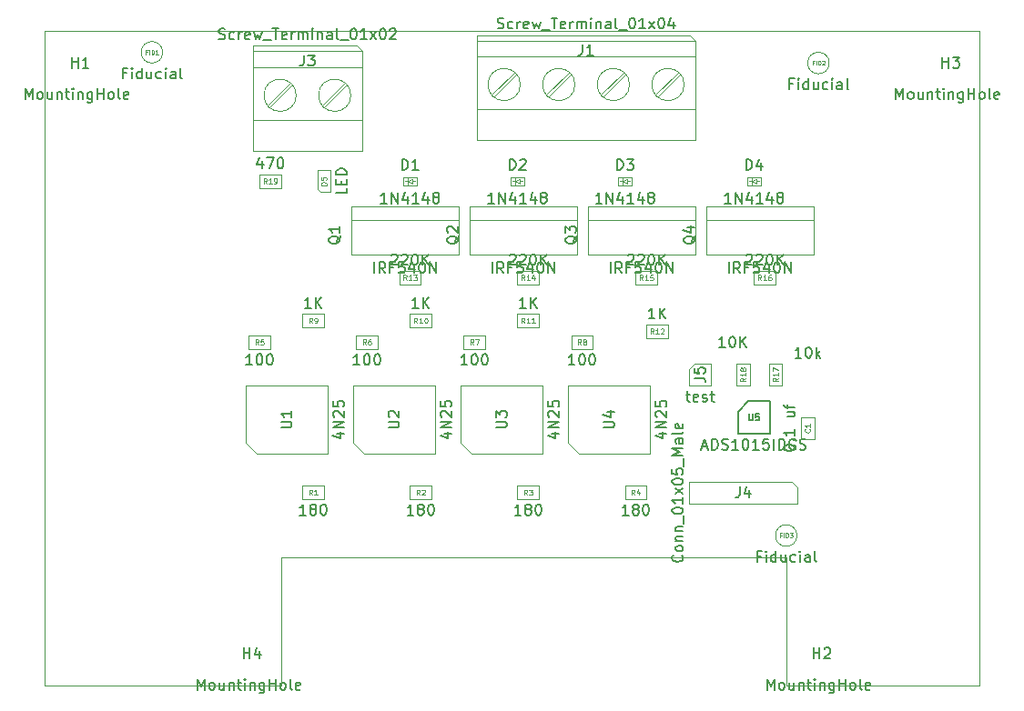
<source format=gbr>
%TF.GenerationSoftware,KiCad,Pcbnew,5.1.7-a382d34a8~87~ubuntu18.04.1*%
%TF.CreationDate,2020-10-24T22:54:41-03:00*%
%TF.ProjectId,TP-CESE,54502d43-4553-4452-9e6b-696361645f70,1*%
%TF.SameCoordinates,Original*%
%TF.FileFunction,Other,Fab,Top*%
%FSLAX46Y46*%
G04 Gerber Fmt 4.6, Leading zero omitted, Abs format (unit mm)*
G04 Created by KiCad (PCBNEW 5.1.7-a382d34a8~87~ubuntu18.04.1) date 2020-10-24 22:54:41*
%MOMM*%
%LPD*%
G01*
G04 APERTURE LIST*
%TA.AperFunction,Profile*%
%ADD10C,0.050000*%
%TD*%
%ADD11C,0.100000*%
%ADD12C,0.150000*%
%ADD13C,0.060000*%
%ADD14C,0.080000*%
G04 APERTURE END LIST*
D10*
X158000000Y-128000000D02*
X158000000Y-126000000D01*
X176000000Y-128000000D02*
X158000000Y-128000000D01*
X176000000Y-126000000D02*
X176000000Y-128000000D01*
X111000000Y-128000000D02*
X111000000Y-126000000D01*
X89000000Y-128000000D02*
X111000000Y-128000000D01*
X89000000Y-126000000D02*
X89000000Y-128000000D01*
X176000000Y-67000000D02*
X174000000Y-67000000D01*
X176000000Y-126000000D02*
X176000000Y-67000000D01*
X158000000Y-116000000D02*
X158000000Y-126000000D01*
X111000000Y-116000000D02*
X158000000Y-116000000D01*
X111000000Y-126000000D02*
X111000000Y-116000000D01*
X89000000Y-123000000D02*
X89000000Y-126000000D01*
X89000000Y-123000000D02*
X89000000Y-67000000D01*
X89000000Y-67000000D02*
X174000000Y-67000000D01*
D11*
%TO.C,FID3*%
X159000000Y-114000000D02*
G75*
G03*
X159000000Y-114000000I-1000000J0D01*
G01*
%TO.C,FID2*%
X162000000Y-70000000D02*
G75*
G03*
X162000000Y-70000000I-1000000J0D01*
G01*
%TO.C,FID1*%
X100000000Y-69000000D02*
G75*
G03*
X100000000Y-69000000I-1000000J0D01*
G01*
%TO.C,C1*%
X159375000Y-105000000D02*
X159375000Y-103000000D01*
X160625000Y-105000000D02*
X159375000Y-105000000D01*
X160625000Y-103000000D02*
X160625000Y-105000000D01*
X159375000Y-103000000D02*
X160625000Y-103000000D01*
%TO.C,U3*%
X128730000Y-106365000D02*
X127730000Y-105365000D01*
X135350000Y-106365000D02*
X128730000Y-106365000D01*
X135350000Y-100015000D02*
X135350000Y-106365000D01*
X127730000Y-100015000D02*
X135350000Y-100015000D01*
X127730000Y-105365000D02*
X127730000Y-100015000D01*
%TO.C,R12*%
X147000000Y-94375000D02*
X147000000Y-95625000D01*
X147000000Y-95625000D02*
X145000000Y-95625000D01*
X145000000Y-95625000D02*
X145000000Y-94375000D01*
X145000000Y-94375000D02*
X147000000Y-94375000D01*
%TO.C,Q3*%
X139540000Y-84650000D02*
X149540000Y-84650000D01*
X149540000Y-83350000D02*
X139540000Y-83350000D01*
X149540000Y-87850000D02*
X149540000Y-83350000D01*
X139540000Y-87850000D02*
X149540000Y-87850000D01*
X139540000Y-83350000D02*
X139540000Y-87850000D01*
%TO.C,Q2*%
X128540000Y-84650000D02*
X138540000Y-84650000D01*
X138540000Y-83350000D02*
X128540000Y-83350000D01*
X138540000Y-87850000D02*
X138540000Y-83350000D01*
X128540000Y-87850000D02*
X138540000Y-87850000D01*
X128540000Y-83350000D02*
X128540000Y-87850000D01*
%TO.C,J3*%
X109965000Y-74138000D02*
X112057000Y-72045000D01*
X109782000Y-73955000D02*
X111874000Y-71862000D01*
X115045000Y-74138000D02*
X117138000Y-72045000D01*
X114862000Y-73955000D02*
X116955000Y-71862000D01*
X118540000Y-75300000D02*
X108380000Y-75300000D01*
X118540000Y-70400000D02*
X108380000Y-70400000D01*
X118540000Y-68900000D02*
X108380000Y-68900000D01*
X118540000Y-68900000D02*
X118540000Y-78200000D01*
X118040000Y-68400000D02*
X118540000Y-68900000D01*
X108380000Y-68400000D02*
X118040000Y-68400000D01*
X108380000Y-78200000D02*
X108380000Y-68400000D01*
X118540000Y-78200000D02*
X108380000Y-78200000D01*
X112420000Y-73000000D02*
G75*
G03*
X112420000Y-73000000I-1500000J0D01*
G01*
X117500000Y-73000000D02*
G75*
G03*
X117500000Y-73000000I-1500000J0D01*
G01*
%TO.C,R19*%
X111000000Y-80375000D02*
X111000000Y-81625000D01*
X111000000Y-81625000D02*
X109000000Y-81625000D01*
X109000000Y-81625000D02*
X109000000Y-80375000D01*
X109000000Y-80375000D02*
X111000000Y-80375000D01*
%TO.C,D5*%
X114400000Y-80000000D02*
X114400000Y-81700000D01*
X114400000Y-81700000D02*
X114700000Y-82000000D01*
X114700000Y-82000000D02*
X115600000Y-82000000D01*
X115600000Y-82000000D02*
X115600000Y-80000000D01*
X115600000Y-80000000D02*
X114400000Y-80000000D01*
%TO.C,R18*%
X153375000Y-98000000D02*
X154625000Y-98000000D01*
X154625000Y-98000000D02*
X154625000Y-100000000D01*
X154625000Y-100000000D02*
X153375000Y-100000000D01*
X153375000Y-100000000D02*
X153375000Y-98000000D01*
%TO.C,R17*%
X157625000Y-100000000D02*
X156375000Y-100000000D01*
X156375000Y-100000000D02*
X156375000Y-98000000D01*
X156375000Y-98000000D02*
X157625000Y-98000000D01*
X157625000Y-98000000D02*
X157625000Y-100000000D01*
%TO.C,R16*%
X157000000Y-89375000D02*
X157000000Y-90625000D01*
X157000000Y-90625000D02*
X155000000Y-90625000D01*
X155000000Y-90625000D02*
X155000000Y-89375000D01*
X155000000Y-89375000D02*
X157000000Y-89375000D01*
%TO.C,R15*%
X146000000Y-89375000D02*
X146000000Y-90625000D01*
X146000000Y-90625000D02*
X144000000Y-90625000D01*
X144000000Y-90625000D02*
X144000000Y-89375000D01*
X144000000Y-89375000D02*
X146000000Y-89375000D01*
%TO.C,R14*%
X135000000Y-89375000D02*
X135000000Y-90625000D01*
X135000000Y-90625000D02*
X133000000Y-90625000D01*
X133000000Y-90625000D02*
X133000000Y-89375000D01*
X133000000Y-89375000D02*
X135000000Y-89375000D01*
%TO.C,R13*%
X124000000Y-89375000D02*
X124000000Y-90625000D01*
X124000000Y-90625000D02*
X122000000Y-90625000D01*
X122000000Y-90625000D02*
X122000000Y-89375000D01*
X122000000Y-89375000D02*
X124000000Y-89375000D01*
%TO.C,R11*%
X135000000Y-93375000D02*
X135000000Y-94625000D01*
X135000000Y-94625000D02*
X133000000Y-94625000D01*
X133000000Y-94625000D02*
X133000000Y-93375000D01*
X133000000Y-93375000D02*
X135000000Y-93375000D01*
%TO.C,R10*%
X125000000Y-93375000D02*
X125000000Y-94625000D01*
X125000000Y-94625000D02*
X123000000Y-94625000D01*
X123000000Y-94625000D02*
X123000000Y-93375000D01*
X123000000Y-93375000D02*
X125000000Y-93375000D01*
%TO.C,R9*%
X115000000Y-93375000D02*
X115000000Y-94625000D01*
X115000000Y-94625000D02*
X113000000Y-94625000D01*
X113000000Y-94625000D02*
X113000000Y-93375000D01*
X113000000Y-93375000D02*
X115000000Y-93375000D01*
%TO.C,R8*%
X138000000Y-96625000D02*
X138000000Y-95375000D01*
X138000000Y-95375000D02*
X140000000Y-95375000D01*
X140000000Y-95375000D02*
X140000000Y-96625000D01*
X140000000Y-96625000D02*
X138000000Y-96625000D01*
%TO.C,R7*%
X128000000Y-96625000D02*
X128000000Y-95375000D01*
X128000000Y-95375000D02*
X130000000Y-95375000D01*
X130000000Y-95375000D02*
X130000000Y-96625000D01*
X130000000Y-96625000D02*
X128000000Y-96625000D01*
%TO.C,R6*%
X118000000Y-96625000D02*
X118000000Y-95375000D01*
X118000000Y-95375000D02*
X120000000Y-95375000D01*
X120000000Y-95375000D02*
X120000000Y-96625000D01*
X120000000Y-96625000D02*
X118000000Y-96625000D01*
%TO.C,R5*%
X108000000Y-96625000D02*
X108000000Y-95375000D01*
X108000000Y-95375000D02*
X110000000Y-95375000D01*
X110000000Y-95375000D02*
X110000000Y-96625000D01*
X110000000Y-96625000D02*
X108000000Y-96625000D01*
%TO.C,R4*%
X143000000Y-110625000D02*
X143000000Y-109375000D01*
X143000000Y-109375000D02*
X145000000Y-109375000D01*
X145000000Y-109375000D02*
X145000000Y-110625000D01*
X145000000Y-110625000D02*
X143000000Y-110625000D01*
%TO.C,R3*%
X133000000Y-110625000D02*
X133000000Y-109375000D01*
X133000000Y-109375000D02*
X135000000Y-109375000D01*
X135000000Y-109375000D02*
X135000000Y-110625000D01*
X135000000Y-110625000D02*
X133000000Y-110625000D01*
%TO.C,R2*%
X123000000Y-110625000D02*
X123000000Y-109375000D01*
X123000000Y-109375000D02*
X125000000Y-109375000D01*
X125000000Y-109375000D02*
X125000000Y-110625000D01*
X125000000Y-110625000D02*
X123000000Y-110625000D01*
%TO.C,R1*%
X113000000Y-110625000D02*
X113000000Y-109375000D01*
X113000000Y-109375000D02*
X115000000Y-109375000D01*
X115000000Y-109375000D02*
X115000000Y-110625000D01*
X115000000Y-110625000D02*
X113000000Y-110625000D01*
%TO.C,D4*%
X155200000Y-81000000D02*
X155450000Y-81000000D01*
X154800000Y-80725000D02*
X154800000Y-81275000D01*
X155200000Y-80775000D02*
X155200000Y-81225000D01*
X155200000Y-81225000D02*
X154800000Y-81000000D01*
X154800000Y-81000000D02*
X154525000Y-81000000D01*
X154800000Y-81000000D02*
X155200000Y-80775000D01*
X154350000Y-80600000D02*
X155650000Y-80600000D01*
X155650000Y-80600000D02*
X155650000Y-81400000D01*
X155650000Y-81400000D02*
X154350000Y-81400000D01*
X154350000Y-81400000D02*
X154350000Y-80600000D01*
%TO.C,D3*%
X143200000Y-81000000D02*
X143450000Y-81000000D01*
X142800000Y-80725000D02*
X142800000Y-81275000D01*
X143200000Y-80775000D02*
X143200000Y-81225000D01*
X143200000Y-81225000D02*
X142800000Y-81000000D01*
X142800000Y-81000000D02*
X142525000Y-81000000D01*
X142800000Y-81000000D02*
X143200000Y-80775000D01*
X142350000Y-80600000D02*
X143650000Y-80600000D01*
X143650000Y-80600000D02*
X143650000Y-81400000D01*
X143650000Y-81400000D02*
X142350000Y-81400000D01*
X142350000Y-81400000D02*
X142350000Y-80600000D01*
%TO.C,D2*%
X133200000Y-81000000D02*
X133450000Y-81000000D01*
X132800000Y-80725000D02*
X132800000Y-81275000D01*
X133200000Y-80775000D02*
X133200000Y-81225000D01*
X133200000Y-81225000D02*
X132800000Y-81000000D01*
X132800000Y-81000000D02*
X132525000Y-81000000D01*
X132800000Y-81000000D02*
X133200000Y-80775000D01*
X132350000Y-80600000D02*
X133650000Y-80600000D01*
X133650000Y-80600000D02*
X133650000Y-81400000D01*
X133650000Y-81400000D02*
X132350000Y-81400000D01*
X132350000Y-81400000D02*
X132350000Y-80600000D01*
%TO.C,D1*%
X123200000Y-81000000D02*
X123450000Y-81000000D01*
X122800000Y-80725000D02*
X122800000Y-81275000D01*
X123200000Y-80775000D02*
X123200000Y-81225000D01*
X123200000Y-81225000D02*
X122800000Y-81000000D01*
X122800000Y-81000000D02*
X122525000Y-81000000D01*
X122800000Y-81000000D02*
X123200000Y-80775000D01*
X122350000Y-80600000D02*
X123650000Y-80600000D01*
X123650000Y-80600000D02*
X123650000Y-81400000D01*
X123650000Y-81400000D02*
X122350000Y-81400000D01*
X122350000Y-81400000D02*
X122350000Y-80600000D01*
%TO.C,Q4*%
X150540000Y-84650000D02*
X160540000Y-84650000D01*
X160540000Y-83350000D02*
X150540000Y-83350000D01*
X160540000Y-87850000D02*
X160540000Y-83350000D01*
X150540000Y-87850000D02*
X160540000Y-87850000D01*
X150540000Y-83350000D02*
X150540000Y-87850000D01*
%TO.C,Q1*%
X117540000Y-84650000D02*
X127540000Y-84650000D01*
X127540000Y-83350000D02*
X117540000Y-83350000D01*
X127540000Y-87850000D02*
X127540000Y-83350000D01*
X117540000Y-87850000D02*
X127540000Y-87850000D01*
X117540000Y-83350000D02*
X117540000Y-87850000D01*
%TO.C,U4*%
X138730000Y-106365000D02*
X137730000Y-105365000D01*
X145350000Y-106365000D02*
X138730000Y-106365000D01*
X145350000Y-100015000D02*
X145350000Y-106365000D01*
X137730000Y-100015000D02*
X145350000Y-100015000D01*
X137730000Y-105365000D02*
X137730000Y-100015000D01*
%TO.C,U2*%
X118730000Y-106365000D02*
X117730000Y-105365000D01*
X125350000Y-106365000D02*
X118730000Y-106365000D01*
X125350000Y-100015000D02*
X125350000Y-106365000D01*
X117730000Y-100015000D02*
X125350000Y-100015000D01*
X117730000Y-105365000D02*
X117730000Y-100015000D01*
%TO.C,U1*%
X108730000Y-106365000D02*
X107730000Y-105365000D01*
X115350000Y-106365000D02*
X108730000Y-106365000D01*
X115350000Y-100015000D02*
X115350000Y-106365000D01*
X107730000Y-100015000D02*
X115350000Y-100015000D01*
X107730000Y-105365000D02*
X107730000Y-100015000D01*
%TO.C,J4*%
X159000000Y-109500000D02*
X159000000Y-111000000D01*
X159000000Y-111000000D02*
X149000000Y-111000000D01*
X149000000Y-111000000D02*
X149000000Y-109000000D01*
X149000000Y-109000000D02*
X158500000Y-109000000D01*
X158500000Y-109000000D02*
X159000000Y-109500000D01*
%TO.C,J1*%
X130805000Y-73138000D02*
X132897000Y-71045000D01*
X130622000Y-72955000D02*
X132714000Y-70862000D01*
X135885000Y-73138000D02*
X137977000Y-71045000D01*
X135702000Y-72955000D02*
X137794000Y-70862000D01*
X140965000Y-73138000D02*
X143057000Y-71045000D01*
X140782000Y-72955000D02*
X142874000Y-70862000D01*
X146045000Y-73138000D02*
X148138000Y-71045000D01*
X145862000Y-72955000D02*
X147955000Y-70862000D01*
X149540000Y-74300000D02*
X129220000Y-74300000D01*
X149540000Y-69400000D02*
X129220000Y-69400000D01*
X149540000Y-67900000D02*
X129220000Y-67900000D01*
X149540000Y-67900000D02*
X149540000Y-77200000D01*
X149040000Y-67400000D02*
X149540000Y-67900000D01*
X129220000Y-67400000D02*
X149040000Y-67400000D01*
X129220000Y-77200000D02*
X129220000Y-67400000D01*
X149540000Y-77200000D02*
X129220000Y-77200000D01*
X133260000Y-72000000D02*
G75*
G03*
X133260000Y-72000000I-1500000J0D01*
G01*
X138340000Y-72000000D02*
G75*
G03*
X138340000Y-72000000I-1500000J0D01*
G01*
X143420000Y-72000000D02*
G75*
G03*
X143420000Y-72000000I-1500000J0D01*
G01*
X148500000Y-72000000D02*
G75*
G03*
X148500000Y-72000000I-1500000J0D01*
G01*
%TO.C,J5*%
X149000000Y-98500000D02*
X149500000Y-98000000D01*
X149000000Y-100000000D02*
X149000000Y-98500000D01*
X151000000Y-100000000D02*
X149000000Y-100000000D01*
X151000000Y-98000000D02*
X151000000Y-100000000D01*
X149500000Y-98000000D02*
X151000000Y-98000000D01*
D12*
%TO.C,U5*%
X153500000Y-102500000D02*
X154500000Y-101500000D01*
X153500000Y-104500000D02*
X153500000Y-102500000D01*
X156500000Y-104500000D02*
X153500000Y-104500000D01*
X156500000Y-101500000D02*
X156500000Y-104500000D01*
X154500000Y-101500000D02*
X156500000Y-101500000D01*
%TD*%
%TO.C,FID3*%
X155619047Y-115928571D02*
X155285714Y-115928571D01*
X155285714Y-116452380D02*
X155285714Y-115452380D01*
X155761904Y-115452380D01*
X156142857Y-116452380D02*
X156142857Y-115785714D01*
X156142857Y-115452380D02*
X156095238Y-115500000D01*
X156142857Y-115547619D01*
X156190476Y-115500000D01*
X156142857Y-115452380D01*
X156142857Y-115547619D01*
X157047619Y-116452380D02*
X157047619Y-115452380D01*
X157047619Y-116404761D02*
X156952380Y-116452380D01*
X156761904Y-116452380D01*
X156666666Y-116404761D01*
X156619047Y-116357142D01*
X156571428Y-116261904D01*
X156571428Y-115976190D01*
X156619047Y-115880952D01*
X156666666Y-115833333D01*
X156761904Y-115785714D01*
X156952380Y-115785714D01*
X157047619Y-115833333D01*
X157952380Y-115785714D02*
X157952380Y-116452380D01*
X157523809Y-115785714D02*
X157523809Y-116309523D01*
X157571428Y-116404761D01*
X157666666Y-116452380D01*
X157809523Y-116452380D01*
X157904761Y-116404761D01*
X157952380Y-116357142D01*
X158857142Y-116404761D02*
X158761904Y-116452380D01*
X158571428Y-116452380D01*
X158476190Y-116404761D01*
X158428571Y-116357142D01*
X158380952Y-116261904D01*
X158380952Y-115976190D01*
X158428571Y-115880952D01*
X158476190Y-115833333D01*
X158571428Y-115785714D01*
X158761904Y-115785714D01*
X158857142Y-115833333D01*
X159285714Y-116452380D02*
X159285714Y-115785714D01*
X159285714Y-115452380D02*
X159238095Y-115500000D01*
X159285714Y-115547619D01*
X159333333Y-115500000D01*
X159285714Y-115452380D01*
X159285714Y-115547619D01*
X160190476Y-116452380D02*
X160190476Y-115928571D01*
X160142857Y-115833333D01*
X160047619Y-115785714D01*
X159857142Y-115785714D01*
X159761904Y-115833333D01*
X160190476Y-116404761D02*
X160095238Y-116452380D01*
X159857142Y-116452380D01*
X159761904Y-116404761D01*
X159714285Y-116309523D01*
X159714285Y-116214285D01*
X159761904Y-116119047D01*
X159857142Y-116071428D01*
X160095238Y-116071428D01*
X160190476Y-116023809D01*
X160809523Y-116452380D02*
X160714285Y-116404761D01*
X160666666Y-116309523D01*
X160666666Y-115452380D01*
D13*
X157571428Y-113971428D02*
X157438095Y-113971428D01*
X157438095Y-114180952D02*
X157438095Y-113780952D01*
X157628571Y-113780952D01*
X157780952Y-114180952D02*
X157780952Y-113780952D01*
X157971428Y-114180952D02*
X157971428Y-113780952D01*
X158066666Y-113780952D01*
X158123809Y-113800000D01*
X158161904Y-113838095D01*
X158180952Y-113876190D01*
X158200000Y-113952380D01*
X158200000Y-114009523D01*
X158180952Y-114085714D01*
X158161904Y-114123809D01*
X158123809Y-114161904D01*
X158066666Y-114180952D01*
X157971428Y-114180952D01*
X158333333Y-113780952D02*
X158580952Y-113780952D01*
X158447619Y-113933333D01*
X158504761Y-113933333D01*
X158542857Y-113952380D01*
X158561904Y-113971428D01*
X158580952Y-114009523D01*
X158580952Y-114104761D01*
X158561904Y-114142857D01*
X158542857Y-114161904D01*
X158504761Y-114180952D01*
X158390476Y-114180952D01*
X158352380Y-114161904D01*
X158333333Y-114142857D01*
%TO.C,FID2*%
D12*
X158619047Y-71928571D02*
X158285714Y-71928571D01*
X158285714Y-72452380D02*
X158285714Y-71452380D01*
X158761904Y-71452380D01*
X159142857Y-72452380D02*
X159142857Y-71785714D01*
X159142857Y-71452380D02*
X159095238Y-71500000D01*
X159142857Y-71547619D01*
X159190476Y-71500000D01*
X159142857Y-71452380D01*
X159142857Y-71547619D01*
X160047619Y-72452380D02*
X160047619Y-71452380D01*
X160047619Y-72404761D02*
X159952380Y-72452380D01*
X159761904Y-72452380D01*
X159666666Y-72404761D01*
X159619047Y-72357142D01*
X159571428Y-72261904D01*
X159571428Y-71976190D01*
X159619047Y-71880952D01*
X159666666Y-71833333D01*
X159761904Y-71785714D01*
X159952380Y-71785714D01*
X160047619Y-71833333D01*
X160952380Y-71785714D02*
X160952380Y-72452380D01*
X160523809Y-71785714D02*
X160523809Y-72309523D01*
X160571428Y-72404761D01*
X160666666Y-72452380D01*
X160809523Y-72452380D01*
X160904761Y-72404761D01*
X160952380Y-72357142D01*
X161857142Y-72404761D02*
X161761904Y-72452380D01*
X161571428Y-72452380D01*
X161476190Y-72404761D01*
X161428571Y-72357142D01*
X161380952Y-72261904D01*
X161380952Y-71976190D01*
X161428571Y-71880952D01*
X161476190Y-71833333D01*
X161571428Y-71785714D01*
X161761904Y-71785714D01*
X161857142Y-71833333D01*
X162285714Y-72452380D02*
X162285714Y-71785714D01*
X162285714Y-71452380D02*
X162238095Y-71500000D01*
X162285714Y-71547619D01*
X162333333Y-71500000D01*
X162285714Y-71452380D01*
X162285714Y-71547619D01*
X163190476Y-72452380D02*
X163190476Y-71928571D01*
X163142857Y-71833333D01*
X163047619Y-71785714D01*
X162857142Y-71785714D01*
X162761904Y-71833333D01*
X163190476Y-72404761D02*
X163095238Y-72452380D01*
X162857142Y-72452380D01*
X162761904Y-72404761D01*
X162714285Y-72309523D01*
X162714285Y-72214285D01*
X162761904Y-72119047D01*
X162857142Y-72071428D01*
X163095238Y-72071428D01*
X163190476Y-72023809D01*
X163809523Y-72452380D02*
X163714285Y-72404761D01*
X163666666Y-72309523D01*
X163666666Y-71452380D01*
D13*
X160571428Y-69971428D02*
X160438095Y-69971428D01*
X160438095Y-70180952D02*
X160438095Y-69780952D01*
X160628571Y-69780952D01*
X160780952Y-70180952D02*
X160780952Y-69780952D01*
X160971428Y-70180952D02*
X160971428Y-69780952D01*
X161066666Y-69780952D01*
X161123809Y-69800000D01*
X161161904Y-69838095D01*
X161180952Y-69876190D01*
X161200000Y-69952380D01*
X161200000Y-70009523D01*
X161180952Y-70085714D01*
X161161904Y-70123809D01*
X161123809Y-70161904D01*
X161066666Y-70180952D01*
X160971428Y-70180952D01*
X161352380Y-69819047D02*
X161371428Y-69800000D01*
X161409523Y-69780952D01*
X161504761Y-69780952D01*
X161542857Y-69800000D01*
X161561904Y-69819047D01*
X161580952Y-69857142D01*
X161580952Y-69895238D01*
X161561904Y-69952380D01*
X161333333Y-70180952D01*
X161580952Y-70180952D01*
%TO.C,FID1*%
D12*
X96619047Y-70928571D02*
X96285714Y-70928571D01*
X96285714Y-71452380D02*
X96285714Y-70452380D01*
X96761904Y-70452380D01*
X97142857Y-71452380D02*
X97142857Y-70785714D01*
X97142857Y-70452380D02*
X97095238Y-70500000D01*
X97142857Y-70547619D01*
X97190476Y-70500000D01*
X97142857Y-70452380D01*
X97142857Y-70547619D01*
X98047619Y-71452380D02*
X98047619Y-70452380D01*
X98047619Y-71404761D02*
X97952380Y-71452380D01*
X97761904Y-71452380D01*
X97666666Y-71404761D01*
X97619047Y-71357142D01*
X97571428Y-71261904D01*
X97571428Y-70976190D01*
X97619047Y-70880952D01*
X97666666Y-70833333D01*
X97761904Y-70785714D01*
X97952380Y-70785714D01*
X98047619Y-70833333D01*
X98952380Y-70785714D02*
X98952380Y-71452380D01*
X98523809Y-70785714D02*
X98523809Y-71309523D01*
X98571428Y-71404761D01*
X98666666Y-71452380D01*
X98809523Y-71452380D01*
X98904761Y-71404761D01*
X98952380Y-71357142D01*
X99857142Y-71404761D02*
X99761904Y-71452380D01*
X99571428Y-71452380D01*
X99476190Y-71404761D01*
X99428571Y-71357142D01*
X99380952Y-71261904D01*
X99380952Y-70976190D01*
X99428571Y-70880952D01*
X99476190Y-70833333D01*
X99571428Y-70785714D01*
X99761904Y-70785714D01*
X99857142Y-70833333D01*
X100285714Y-71452380D02*
X100285714Y-70785714D01*
X100285714Y-70452380D02*
X100238095Y-70500000D01*
X100285714Y-70547619D01*
X100333333Y-70500000D01*
X100285714Y-70452380D01*
X100285714Y-70547619D01*
X101190476Y-71452380D02*
X101190476Y-70928571D01*
X101142857Y-70833333D01*
X101047619Y-70785714D01*
X100857142Y-70785714D01*
X100761904Y-70833333D01*
X101190476Y-71404761D02*
X101095238Y-71452380D01*
X100857142Y-71452380D01*
X100761904Y-71404761D01*
X100714285Y-71309523D01*
X100714285Y-71214285D01*
X100761904Y-71119047D01*
X100857142Y-71071428D01*
X101095238Y-71071428D01*
X101190476Y-71023809D01*
X101809523Y-71452380D02*
X101714285Y-71404761D01*
X101666666Y-71309523D01*
X101666666Y-70452380D01*
D13*
X98571428Y-68971428D02*
X98438095Y-68971428D01*
X98438095Y-69180952D02*
X98438095Y-68780952D01*
X98628571Y-68780952D01*
X98780952Y-69180952D02*
X98780952Y-68780952D01*
X98971428Y-69180952D02*
X98971428Y-68780952D01*
X99066666Y-68780952D01*
X99123809Y-68800000D01*
X99161904Y-68838095D01*
X99180952Y-68876190D01*
X99200000Y-68952380D01*
X99200000Y-69009523D01*
X99180952Y-69085714D01*
X99161904Y-69123809D01*
X99123809Y-69161904D01*
X99066666Y-69180952D01*
X98971428Y-69180952D01*
X99580952Y-69180952D02*
X99352380Y-69180952D01*
X99466666Y-69180952D02*
X99466666Y-68780952D01*
X99428571Y-68838095D01*
X99390476Y-68876190D01*
X99352380Y-68895238D01*
%TO.C,C1*%
D12*
X157772380Y-105880952D02*
X157772380Y-105785714D01*
X157820000Y-105690476D01*
X157867619Y-105642857D01*
X157962857Y-105595238D01*
X158153333Y-105547619D01*
X158391428Y-105547619D01*
X158581904Y-105595238D01*
X158677142Y-105642857D01*
X158724761Y-105690476D01*
X158772380Y-105785714D01*
X158772380Y-105880952D01*
X158724761Y-105976190D01*
X158677142Y-106023809D01*
X158581904Y-106071428D01*
X158391428Y-106119047D01*
X158153333Y-106119047D01*
X157962857Y-106071428D01*
X157867619Y-106023809D01*
X157820000Y-105976190D01*
X157772380Y-105880952D01*
X158724761Y-105071428D02*
X158772380Y-105071428D01*
X158867619Y-105119047D01*
X158915238Y-105166666D01*
X158772380Y-104119047D02*
X158772380Y-104690476D01*
X158772380Y-104404761D02*
X157772380Y-104404761D01*
X157915238Y-104500000D01*
X158010476Y-104595238D01*
X158058095Y-104690476D01*
X158105714Y-102500000D02*
X158772380Y-102500000D01*
X158105714Y-102928571D02*
X158629523Y-102928571D01*
X158724761Y-102880952D01*
X158772380Y-102785714D01*
X158772380Y-102642857D01*
X158724761Y-102547619D01*
X158677142Y-102500000D01*
X158105714Y-102166666D02*
X158105714Y-101785714D01*
X158772380Y-102023809D02*
X157915238Y-102023809D01*
X157820000Y-101976190D01*
X157772380Y-101880952D01*
X157772380Y-101785714D01*
D14*
X160178571Y-104083333D02*
X160202380Y-104107142D01*
X160226190Y-104178571D01*
X160226190Y-104226190D01*
X160202380Y-104297619D01*
X160154761Y-104345238D01*
X160107142Y-104369047D01*
X160011904Y-104392857D01*
X159940476Y-104392857D01*
X159845238Y-104369047D01*
X159797619Y-104345238D01*
X159750000Y-104297619D01*
X159726190Y-104226190D01*
X159726190Y-104178571D01*
X159750000Y-104107142D01*
X159773809Y-104083333D01*
X160226190Y-103607142D02*
X160226190Y-103892857D01*
X160226190Y-103750000D02*
X159726190Y-103750000D01*
X159797619Y-103797619D01*
X159845238Y-103845238D01*
X159869047Y-103892857D01*
%TO.C,U3*%
D12*
X136195714Y-104475714D02*
X136862380Y-104475714D01*
X135814761Y-104713809D02*
X136529047Y-104951904D01*
X136529047Y-104332857D01*
X136862380Y-103951904D02*
X135862380Y-103951904D01*
X136862380Y-103380476D01*
X135862380Y-103380476D01*
X135957619Y-102951904D02*
X135910000Y-102904285D01*
X135862380Y-102809047D01*
X135862380Y-102570952D01*
X135910000Y-102475714D01*
X135957619Y-102428095D01*
X136052857Y-102380476D01*
X136148095Y-102380476D01*
X136290952Y-102428095D01*
X136862380Y-102999523D01*
X136862380Y-102380476D01*
X135862380Y-101475714D02*
X135862380Y-101951904D01*
X136338571Y-101999523D01*
X136290952Y-101951904D01*
X136243333Y-101856666D01*
X136243333Y-101618571D01*
X136290952Y-101523333D01*
X136338571Y-101475714D01*
X136433809Y-101428095D01*
X136671904Y-101428095D01*
X136767142Y-101475714D01*
X136814761Y-101523333D01*
X136862380Y-101618571D01*
X136862380Y-101856666D01*
X136814761Y-101951904D01*
X136767142Y-101999523D01*
X130992380Y-103951904D02*
X131801904Y-103951904D01*
X131897142Y-103904285D01*
X131944761Y-103856666D01*
X131992380Y-103761428D01*
X131992380Y-103570952D01*
X131944761Y-103475714D01*
X131897142Y-103428095D01*
X131801904Y-103380476D01*
X130992380Y-103380476D01*
X130992380Y-102999523D02*
X130992380Y-102380476D01*
X131373333Y-102713809D01*
X131373333Y-102570952D01*
X131420952Y-102475714D01*
X131468571Y-102428095D01*
X131563809Y-102380476D01*
X131801904Y-102380476D01*
X131897142Y-102428095D01*
X131944761Y-102475714D01*
X131992380Y-102570952D01*
X131992380Y-102856666D01*
X131944761Y-102951904D01*
X131897142Y-102999523D01*
%TO.C,R12*%
X145785714Y-93802380D02*
X145214285Y-93802380D01*
X145500000Y-93802380D02*
X145500000Y-92802380D01*
X145404761Y-92945238D01*
X145309523Y-93040476D01*
X145214285Y-93088095D01*
X146214285Y-93802380D02*
X146214285Y-92802380D01*
X146785714Y-93802380D02*
X146357142Y-93230952D01*
X146785714Y-92802380D02*
X146214285Y-93373809D01*
D14*
X145678571Y-95226190D02*
X145511904Y-94988095D01*
X145392857Y-95226190D02*
X145392857Y-94726190D01*
X145583333Y-94726190D01*
X145630952Y-94750000D01*
X145654761Y-94773809D01*
X145678571Y-94821428D01*
X145678571Y-94892857D01*
X145654761Y-94940476D01*
X145630952Y-94964285D01*
X145583333Y-94988095D01*
X145392857Y-94988095D01*
X146154761Y-95226190D02*
X145869047Y-95226190D01*
X146011904Y-95226190D02*
X146011904Y-94726190D01*
X145964285Y-94797619D01*
X145916666Y-94845238D01*
X145869047Y-94869047D01*
X146345238Y-94773809D02*
X146369047Y-94750000D01*
X146416666Y-94726190D01*
X146535714Y-94726190D01*
X146583333Y-94750000D01*
X146607142Y-94773809D01*
X146630952Y-94821428D01*
X146630952Y-94869047D01*
X146607142Y-94940476D01*
X146321428Y-95226190D01*
X146630952Y-95226190D01*
%TO.C,Q3*%
D12*
X141659047Y-89552380D02*
X141659047Y-88552380D01*
X142706666Y-89552380D02*
X142373333Y-89076190D01*
X142135238Y-89552380D02*
X142135238Y-88552380D01*
X142516190Y-88552380D01*
X142611428Y-88600000D01*
X142659047Y-88647619D01*
X142706666Y-88742857D01*
X142706666Y-88885714D01*
X142659047Y-88980952D01*
X142611428Y-89028571D01*
X142516190Y-89076190D01*
X142135238Y-89076190D01*
X143468571Y-89028571D02*
X143135238Y-89028571D01*
X143135238Y-89552380D02*
X143135238Y-88552380D01*
X143611428Y-88552380D01*
X144468571Y-88552380D02*
X143992380Y-88552380D01*
X143944761Y-89028571D01*
X143992380Y-88980952D01*
X144087619Y-88933333D01*
X144325714Y-88933333D01*
X144420952Y-88980952D01*
X144468571Y-89028571D01*
X144516190Y-89123809D01*
X144516190Y-89361904D01*
X144468571Y-89457142D01*
X144420952Y-89504761D01*
X144325714Y-89552380D01*
X144087619Y-89552380D01*
X143992380Y-89504761D01*
X143944761Y-89457142D01*
X145373333Y-88885714D02*
X145373333Y-89552380D01*
X145135238Y-88504761D02*
X144897142Y-89219047D01*
X145516190Y-89219047D01*
X146087619Y-88552380D02*
X146182857Y-88552380D01*
X146278095Y-88600000D01*
X146325714Y-88647619D01*
X146373333Y-88742857D01*
X146420952Y-88933333D01*
X146420952Y-89171428D01*
X146373333Y-89361904D01*
X146325714Y-89457142D01*
X146278095Y-89504761D01*
X146182857Y-89552380D01*
X146087619Y-89552380D01*
X145992380Y-89504761D01*
X145944761Y-89457142D01*
X145897142Y-89361904D01*
X145849523Y-89171428D01*
X145849523Y-88933333D01*
X145897142Y-88742857D01*
X145944761Y-88647619D01*
X145992380Y-88600000D01*
X146087619Y-88552380D01*
X146849523Y-89552380D02*
X146849523Y-88552380D01*
X147420952Y-89552380D01*
X147420952Y-88552380D01*
X138547619Y-86095238D02*
X138500000Y-86190476D01*
X138404761Y-86285714D01*
X138261904Y-86428571D01*
X138214285Y-86523809D01*
X138214285Y-86619047D01*
X138452380Y-86571428D02*
X138404761Y-86666666D01*
X138309523Y-86761904D01*
X138119047Y-86809523D01*
X137785714Y-86809523D01*
X137595238Y-86761904D01*
X137500000Y-86666666D01*
X137452380Y-86571428D01*
X137452380Y-86380952D01*
X137500000Y-86285714D01*
X137595238Y-86190476D01*
X137785714Y-86142857D01*
X138119047Y-86142857D01*
X138309523Y-86190476D01*
X138404761Y-86285714D01*
X138452380Y-86380952D01*
X138452380Y-86571428D01*
X137452380Y-85809523D02*
X137452380Y-85190476D01*
X137833333Y-85523809D01*
X137833333Y-85380952D01*
X137880952Y-85285714D01*
X137928571Y-85238095D01*
X138023809Y-85190476D01*
X138261904Y-85190476D01*
X138357142Y-85238095D01*
X138404761Y-85285714D01*
X138452380Y-85380952D01*
X138452380Y-85666666D01*
X138404761Y-85761904D01*
X138357142Y-85809523D01*
%TO.C,Q2*%
X130659047Y-89552380D02*
X130659047Y-88552380D01*
X131706666Y-89552380D02*
X131373333Y-89076190D01*
X131135238Y-89552380D02*
X131135238Y-88552380D01*
X131516190Y-88552380D01*
X131611428Y-88600000D01*
X131659047Y-88647619D01*
X131706666Y-88742857D01*
X131706666Y-88885714D01*
X131659047Y-88980952D01*
X131611428Y-89028571D01*
X131516190Y-89076190D01*
X131135238Y-89076190D01*
X132468571Y-89028571D02*
X132135238Y-89028571D01*
X132135238Y-89552380D02*
X132135238Y-88552380D01*
X132611428Y-88552380D01*
X133468571Y-88552380D02*
X132992380Y-88552380D01*
X132944761Y-89028571D01*
X132992380Y-88980952D01*
X133087619Y-88933333D01*
X133325714Y-88933333D01*
X133420952Y-88980952D01*
X133468571Y-89028571D01*
X133516190Y-89123809D01*
X133516190Y-89361904D01*
X133468571Y-89457142D01*
X133420952Y-89504761D01*
X133325714Y-89552380D01*
X133087619Y-89552380D01*
X132992380Y-89504761D01*
X132944761Y-89457142D01*
X134373333Y-88885714D02*
X134373333Y-89552380D01*
X134135238Y-88504761D02*
X133897142Y-89219047D01*
X134516190Y-89219047D01*
X135087619Y-88552380D02*
X135182857Y-88552380D01*
X135278095Y-88600000D01*
X135325714Y-88647619D01*
X135373333Y-88742857D01*
X135420952Y-88933333D01*
X135420952Y-89171428D01*
X135373333Y-89361904D01*
X135325714Y-89457142D01*
X135278095Y-89504761D01*
X135182857Y-89552380D01*
X135087619Y-89552380D01*
X134992380Y-89504761D01*
X134944761Y-89457142D01*
X134897142Y-89361904D01*
X134849523Y-89171428D01*
X134849523Y-88933333D01*
X134897142Y-88742857D01*
X134944761Y-88647619D01*
X134992380Y-88600000D01*
X135087619Y-88552380D01*
X135849523Y-89552380D02*
X135849523Y-88552380D01*
X136420952Y-89552380D01*
X136420952Y-88552380D01*
X127547619Y-86095238D02*
X127500000Y-86190476D01*
X127404761Y-86285714D01*
X127261904Y-86428571D01*
X127214285Y-86523809D01*
X127214285Y-86619047D01*
X127452380Y-86571428D02*
X127404761Y-86666666D01*
X127309523Y-86761904D01*
X127119047Y-86809523D01*
X126785714Y-86809523D01*
X126595238Y-86761904D01*
X126500000Y-86666666D01*
X126452380Y-86571428D01*
X126452380Y-86380952D01*
X126500000Y-86285714D01*
X126595238Y-86190476D01*
X126785714Y-86142857D01*
X127119047Y-86142857D01*
X127309523Y-86190476D01*
X127404761Y-86285714D01*
X127452380Y-86380952D01*
X127452380Y-86571428D01*
X126547619Y-85761904D02*
X126500000Y-85714285D01*
X126452380Y-85619047D01*
X126452380Y-85380952D01*
X126500000Y-85285714D01*
X126547619Y-85238095D01*
X126642857Y-85190476D01*
X126738095Y-85190476D01*
X126880952Y-85238095D01*
X127452380Y-85809523D01*
X127452380Y-85190476D01*
%TO.C,H4*%
X103214285Y-128352380D02*
X103214285Y-127352380D01*
X103547619Y-128066666D01*
X103880952Y-127352380D01*
X103880952Y-128352380D01*
X104500000Y-128352380D02*
X104404761Y-128304761D01*
X104357142Y-128257142D01*
X104309523Y-128161904D01*
X104309523Y-127876190D01*
X104357142Y-127780952D01*
X104404761Y-127733333D01*
X104500000Y-127685714D01*
X104642857Y-127685714D01*
X104738095Y-127733333D01*
X104785714Y-127780952D01*
X104833333Y-127876190D01*
X104833333Y-128161904D01*
X104785714Y-128257142D01*
X104738095Y-128304761D01*
X104642857Y-128352380D01*
X104500000Y-128352380D01*
X105690476Y-127685714D02*
X105690476Y-128352380D01*
X105261904Y-127685714D02*
X105261904Y-128209523D01*
X105309523Y-128304761D01*
X105404761Y-128352380D01*
X105547619Y-128352380D01*
X105642857Y-128304761D01*
X105690476Y-128257142D01*
X106166666Y-127685714D02*
X106166666Y-128352380D01*
X106166666Y-127780952D02*
X106214285Y-127733333D01*
X106309523Y-127685714D01*
X106452380Y-127685714D01*
X106547619Y-127733333D01*
X106595238Y-127828571D01*
X106595238Y-128352380D01*
X106928571Y-127685714D02*
X107309523Y-127685714D01*
X107071428Y-127352380D02*
X107071428Y-128209523D01*
X107119047Y-128304761D01*
X107214285Y-128352380D01*
X107309523Y-128352380D01*
X107642857Y-128352380D02*
X107642857Y-127685714D01*
X107642857Y-127352380D02*
X107595238Y-127400000D01*
X107642857Y-127447619D01*
X107690476Y-127400000D01*
X107642857Y-127352380D01*
X107642857Y-127447619D01*
X108119047Y-127685714D02*
X108119047Y-128352380D01*
X108119047Y-127780952D02*
X108166666Y-127733333D01*
X108261904Y-127685714D01*
X108404761Y-127685714D01*
X108500000Y-127733333D01*
X108547619Y-127828571D01*
X108547619Y-128352380D01*
X109452380Y-127685714D02*
X109452380Y-128495238D01*
X109404761Y-128590476D01*
X109357142Y-128638095D01*
X109261904Y-128685714D01*
X109119047Y-128685714D01*
X109023809Y-128638095D01*
X109452380Y-128304761D02*
X109357142Y-128352380D01*
X109166666Y-128352380D01*
X109071428Y-128304761D01*
X109023809Y-128257142D01*
X108976190Y-128161904D01*
X108976190Y-127876190D01*
X109023809Y-127780952D01*
X109071428Y-127733333D01*
X109166666Y-127685714D01*
X109357142Y-127685714D01*
X109452380Y-127733333D01*
X109928571Y-128352380D02*
X109928571Y-127352380D01*
X109928571Y-127828571D02*
X110500000Y-127828571D01*
X110500000Y-128352380D02*
X110500000Y-127352380D01*
X111119047Y-128352380D02*
X111023809Y-128304761D01*
X110976190Y-128257142D01*
X110928571Y-128161904D01*
X110928571Y-127876190D01*
X110976190Y-127780952D01*
X111023809Y-127733333D01*
X111119047Y-127685714D01*
X111261904Y-127685714D01*
X111357142Y-127733333D01*
X111404761Y-127780952D01*
X111452380Y-127876190D01*
X111452380Y-128161904D01*
X111404761Y-128257142D01*
X111357142Y-128304761D01*
X111261904Y-128352380D01*
X111119047Y-128352380D01*
X112023809Y-128352380D02*
X111928571Y-128304761D01*
X111880952Y-128209523D01*
X111880952Y-127352380D01*
X112785714Y-128304761D02*
X112690476Y-128352380D01*
X112500000Y-128352380D01*
X112404761Y-128304761D01*
X112357142Y-128209523D01*
X112357142Y-127828571D01*
X112404761Y-127733333D01*
X112500000Y-127685714D01*
X112690476Y-127685714D01*
X112785714Y-127733333D01*
X112833333Y-127828571D01*
X112833333Y-127923809D01*
X112357142Y-128019047D01*
X107538095Y-125452380D02*
X107538095Y-124452380D01*
X107538095Y-124928571D02*
X108109523Y-124928571D01*
X108109523Y-125452380D02*
X108109523Y-124452380D01*
X109014285Y-124785714D02*
X109014285Y-125452380D01*
X108776190Y-124404761D02*
X108538095Y-125119047D01*
X109157142Y-125119047D01*
%TO.C,H3*%
X168214285Y-73352380D02*
X168214285Y-72352380D01*
X168547619Y-73066666D01*
X168880952Y-72352380D01*
X168880952Y-73352380D01*
X169500000Y-73352380D02*
X169404761Y-73304761D01*
X169357142Y-73257142D01*
X169309523Y-73161904D01*
X169309523Y-72876190D01*
X169357142Y-72780952D01*
X169404761Y-72733333D01*
X169500000Y-72685714D01*
X169642857Y-72685714D01*
X169738095Y-72733333D01*
X169785714Y-72780952D01*
X169833333Y-72876190D01*
X169833333Y-73161904D01*
X169785714Y-73257142D01*
X169738095Y-73304761D01*
X169642857Y-73352380D01*
X169500000Y-73352380D01*
X170690476Y-72685714D02*
X170690476Y-73352380D01*
X170261904Y-72685714D02*
X170261904Y-73209523D01*
X170309523Y-73304761D01*
X170404761Y-73352380D01*
X170547619Y-73352380D01*
X170642857Y-73304761D01*
X170690476Y-73257142D01*
X171166666Y-72685714D02*
X171166666Y-73352380D01*
X171166666Y-72780952D02*
X171214285Y-72733333D01*
X171309523Y-72685714D01*
X171452380Y-72685714D01*
X171547619Y-72733333D01*
X171595238Y-72828571D01*
X171595238Y-73352380D01*
X171928571Y-72685714D02*
X172309523Y-72685714D01*
X172071428Y-72352380D02*
X172071428Y-73209523D01*
X172119047Y-73304761D01*
X172214285Y-73352380D01*
X172309523Y-73352380D01*
X172642857Y-73352380D02*
X172642857Y-72685714D01*
X172642857Y-72352380D02*
X172595238Y-72400000D01*
X172642857Y-72447619D01*
X172690476Y-72400000D01*
X172642857Y-72352380D01*
X172642857Y-72447619D01*
X173119047Y-72685714D02*
X173119047Y-73352380D01*
X173119047Y-72780952D02*
X173166666Y-72733333D01*
X173261904Y-72685714D01*
X173404761Y-72685714D01*
X173500000Y-72733333D01*
X173547619Y-72828571D01*
X173547619Y-73352380D01*
X174452380Y-72685714D02*
X174452380Y-73495238D01*
X174404761Y-73590476D01*
X174357142Y-73638095D01*
X174261904Y-73685714D01*
X174119047Y-73685714D01*
X174023809Y-73638095D01*
X174452380Y-73304761D02*
X174357142Y-73352380D01*
X174166666Y-73352380D01*
X174071428Y-73304761D01*
X174023809Y-73257142D01*
X173976190Y-73161904D01*
X173976190Y-72876190D01*
X174023809Y-72780952D01*
X174071428Y-72733333D01*
X174166666Y-72685714D01*
X174357142Y-72685714D01*
X174452380Y-72733333D01*
X174928571Y-73352380D02*
X174928571Y-72352380D01*
X174928571Y-72828571D02*
X175500000Y-72828571D01*
X175500000Y-73352380D02*
X175500000Y-72352380D01*
X176119047Y-73352380D02*
X176023809Y-73304761D01*
X175976190Y-73257142D01*
X175928571Y-73161904D01*
X175928571Y-72876190D01*
X175976190Y-72780952D01*
X176023809Y-72733333D01*
X176119047Y-72685714D01*
X176261904Y-72685714D01*
X176357142Y-72733333D01*
X176404761Y-72780952D01*
X176452380Y-72876190D01*
X176452380Y-73161904D01*
X176404761Y-73257142D01*
X176357142Y-73304761D01*
X176261904Y-73352380D01*
X176119047Y-73352380D01*
X177023809Y-73352380D02*
X176928571Y-73304761D01*
X176880952Y-73209523D01*
X176880952Y-72352380D01*
X177785714Y-73304761D02*
X177690476Y-73352380D01*
X177500000Y-73352380D01*
X177404761Y-73304761D01*
X177357142Y-73209523D01*
X177357142Y-72828571D01*
X177404761Y-72733333D01*
X177500000Y-72685714D01*
X177690476Y-72685714D01*
X177785714Y-72733333D01*
X177833333Y-72828571D01*
X177833333Y-72923809D01*
X177357142Y-73019047D01*
X172538095Y-70452380D02*
X172538095Y-69452380D01*
X172538095Y-69928571D02*
X173109523Y-69928571D01*
X173109523Y-70452380D02*
X173109523Y-69452380D01*
X173490476Y-69452380D02*
X174109523Y-69452380D01*
X173776190Y-69833333D01*
X173919047Y-69833333D01*
X174014285Y-69880952D01*
X174061904Y-69928571D01*
X174109523Y-70023809D01*
X174109523Y-70261904D01*
X174061904Y-70357142D01*
X174014285Y-70404761D01*
X173919047Y-70452380D01*
X173633333Y-70452380D01*
X173538095Y-70404761D01*
X173490476Y-70357142D01*
%TO.C,H2*%
X156214285Y-128352380D02*
X156214285Y-127352380D01*
X156547619Y-128066666D01*
X156880952Y-127352380D01*
X156880952Y-128352380D01*
X157500000Y-128352380D02*
X157404761Y-128304761D01*
X157357142Y-128257142D01*
X157309523Y-128161904D01*
X157309523Y-127876190D01*
X157357142Y-127780952D01*
X157404761Y-127733333D01*
X157500000Y-127685714D01*
X157642857Y-127685714D01*
X157738095Y-127733333D01*
X157785714Y-127780952D01*
X157833333Y-127876190D01*
X157833333Y-128161904D01*
X157785714Y-128257142D01*
X157738095Y-128304761D01*
X157642857Y-128352380D01*
X157500000Y-128352380D01*
X158690476Y-127685714D02*
X158690476Y-128352380D01*
X158261904Y-127685714D02*
X158261904Y-128209523D01*
X158309523Y-128304761D01*
X158404761Y-128352380D01*
X158547619Y-128352380D01*
X158642857Y-128304761D01*
X158690476Y-128257142D01*
X159166666Y-127685714D02*
X159166666Y-128352380D01*
X159166666Y-127780952D02*
X159214285Y-127733333D01*
X159309523Y-127685714D01*
X159452380Y-127685714D01*
X159547619Y-127733333D01*
X159595238Y-127828571D01*
X159595238Y-128352380D01*
X159928571Y-127685714D02*
X160309523Y-127685714D01*
X160071428Y-127352380D02*
X160071428Y-128209523D01*
X160119047Y-128304761D01*
X160214285Y-128352380D01*
X160309523Y-128352380D01*
X160642857Y-128352380D02*
X160642857Y-127685714D01*
X160642857Y-127352380D02*
X160595238Y-127400000D01*
X160642857Y-127447619D01*
X160690476Y-127400000D01*
X160642857Y-127352380D01*
X160642857Y-127447619D01*
X161119047Y-127685714D02*
X161119047Y-128352380D01*
X161119047Y-127780952D02*
X161166666Y-127733333D01*
X161261904Y-127685714D01*
X161404761Y-127685714D01*
X161500000Y-127733333D01*
X161547619Y-127828571D01*
X161547619Y-128352380D01*
X162452380Y-127685714D02*
X162452380Y-128495238D01*
X162404761Y-128590476D01*
X162357142Y-128638095D01*
X162261904Y-128685714D01*
X162119047Y-128685714D01*
X162023809Y-128638095D01*
X162452380Y-128304761D02*
X162357142Y-128352380D01*
X162166666Y-128352380D01*
X162071428Y-128304761D01*
X162023809Y-128257142D01*
X161976190Y-128161904D01*
X161976190Y-127876190D01*
X162023809Y-127780952D01*
X162071428Y-127733333D01*
X162166666Y-127685714D01*
X162357142Y-127685714D01*
X162452380Y-127733333D01*
X162928571Y-128352380D02*
X162928571Y-127352380D01*
X162928571Y-127828571D02*
X163500000Y-127828571D01*
X163500000Y-128352380D02*
X163500000Y-127352380D01*
X164119047Y-128352380D02*
X164023809Y-128304761D01*
X163976190Y-128257142D01*
X163928571Y-128161904D01*
X163928571Y-127876190D01*
X163976190Y-127780952D01*
X164023809Y-127733333D01*
X164119047Y-127685714D01*
X164261904Y-127685714D01*
X164357142Y-127733333D01*
X164404761Y-127780952D01*
X164452380Y-127876190D01*
X164452380Y-128161904D01*
X164404761Y-128257142D01*
X164357142Y-128304761D01*
X164261904Y-128352380D01*
X164119047Y-128352380D01*
X165023809Y-128352380D02*
X164928571Y-128304761D01*
X164880952Y-128209523D01*
X164880952Y-127352380D01*
X165785714Y-128304761D02*
X165690476Y-128352380D01*
X165500000Y-128352380D01*
X165404761Y-128304761D01*
X165357142Y-128209523D01*
X165357142Y-127828571D01*
X165404761Y-127733333D01*
X165500000Y-127685714D01*
X165690476Y-127685714D01*
X165785714Y-127733333D01*
X165833333Y-127828571D01*
X165833333Y-127923809D01*
X165357142Y-128019047D01*
X160538095Y-125452380D02*
X160538095Y-124452380D01*
X160538095Y-124928571D02*
X161109523Y-124928571D01*
X161109523Y-125452380D02*
X161109523Y-124452380D01*
X161538095Y-124547619D02*
X161585714Y-124500000D01*
X161680952Y-124452380D01*
X161919047Y-124452380D01*
X162014285Y-124500000D01*
X162061904Y-124547619D01*
X162109523Y-124642857D01*
X162109523Y-124738095D01*
X162061904Y-124880952D01*
X161490476Y-125452380D01*
X162109523Y-125452380D01*
%TO.C,H1*%
X87214285Y-73352380D02*
X87214285Y-72352380D01*
X87547619Y-73066666D01*
X87880952Y-72352380D01*
X87880952Y-73352380D01*
X88500000Y-73352380D02*
X88404761Y-73304761D01*
X88357142Y-73257142D01*
X88309523Y-73161904D01*
X88309523Y-72876190D01*
X88357142Y-72780952D01*
X88404761Y-72733333D01*
X88500000Y-72685714D01*
X88642857Y-72685714D01*
X88738095Y-72733333D01*
X88785714Y-72780952D01*
X88833333Y-72876190D01*
X88833333Y-73161904D01*
X88785714Y-73257142D01*
X88738095Y-73304761D01*
X88642857Y-73352380D01*
X88500000Y-73352380D01*
X89690476Y-72685714D02*
X89690476Y-73352380D01*
X89261904Y-72685714D02*
X89261904Y-73209523D01*
X89309523Y-73304761D01*
X89404761Y-73352380D01*
X89547619Y-73352380D01*
X89642857Y-73304761D01*
X89690476Y-73257142D01*
X90166666Y-72685714D02*
X90166666Y-73352380D01*
X90166666Y-72780952D02*
X90214285Y-72733333D01*
X90309523Y-72685714D01*
X90452380Y-72685714D01*
X90547619Y-72733333D01*
X90595238Y-72828571D01*
X90595238Y-73352380D01*
X90928571Y-72685714D02*
X91309523Y-72685714D01*
X91071428Y-72352380D02*
X91071428Y-73209523D01*
X91119047Y-73304761D01*
X91214285Y-73352380D01*
X91309523Y-73352380D01*
X91642857Y-73352380D02*
X91642857Y-72685714D01*
X91642857Y-72352380D02*
X91595238Y-72400000D01*
X91642857Y-72447619D01*
X91690476Y-72400000D01*
X91642857Y-72352380D01*
X91642857Y-72447619D01*
X92119047Y-72685714D02*
X92119047Y-73352380D01*
X92119047Y-72780952D02*
X92166666Y-72733333D01*
X92261904Y-72685714D01*
X92404761Y-72685714D01*
X92500000Y-72733333D01*
X92547619Y-72828571D01*
X92547619Y-73352380D01*
X93452380Y-72685714D02*
X93452380Y-73495238D01*
X93404761Y-73590476D01*
X93357142Y-73638095D01*
X93261904Y-73685714D01*
X93119047Y-73685714D01*
X93023809Y-73638095D01*
X93452380Y-73304761D02*
X93357142Y-73352380D01*
X93166666Y-73352380D01*
X93071428Y-73304761D01*
X93023809Y-73257142D01*
X92976190Y-73161904D01*
X92976190Y-72876190D01*
X93023809Y-72780952D01*
X93071428Y-72733333D01*
X93166666Y-72685714D01*
X93357142Y-72685714D01*
X93452380Y-72733333D01*
X93928571Y-73352380D02*
X93928571Y-72352380D01*
X93928571Y-72828571D02*
X94500000Y-72828571D01*
X94500000Y-73352380D02*
X94500000Y-72352380D01*
X95119047Y-73352380D02*
X95023809Y-73304761D01*
X94976190Y-73257142D01*
X94928571Y-73161904D01*
X94928571Y-72876190D01*
X94976190Y-72780952D01*
X95023809Y-72733333D01*
X95119047Y-72685714D01*
X95261904Y-72685714D01*
X95357142Y-72733333D01*
X95404761Y-72780952D01*
X95452380Y-72876190D01*
X95452380Y-73161904D01*
X95404761Y-73257142D01*
X95357142Y-73304761D01*
X95261904Y-73352380D01*
X95119047Y-73352380D01*
X96023809Y-73352380D02*
X95928571Y-73304761D01*
X95880952Y-73209523D01*
X95880952Y-72352380D01*
X96785714Y-73304761D02*
X96690476Y-73352380D01*
X96500000Y-73352380D01*
X96404761Y-73304761D01*
X96357142Y-73209523D01*
X96357142Y-72828571D01*
X96404761Y-72733333D01*
X96500000Y-72685714D01*
X96690476Y-72685714D01*
X96785714Y-72733333D01*
X96833333Y-72828571D01*
X96833333Y-72923809D01*
X96357142Y-73019047D01*
X91538095Y-70452380D02*
X91538095Y-69452380D01*
X91538095Y-69928571D02*
X92109523Y-69928571D01*
X92109523Y-70452380D02*
X92109523Y-69452380D01*
X93109523Y-70452380D02*
X92538095Y-70452380D01*
X92823809Y-70452380D02*
X92823809Y-69452380D01*
X92728571Y-69595238D01*
X92633333Y-69690476D01*
X92538095Y-69738095D01*
%TO.C,J3*%
X105221904Y-67744761D02*
X105364761Y-67792380D01*
X105602857Y-67792380D01*
X105698095Y-67744761D01*
X105745714Y-67697142D01*
X105793333Y-67601904D01*
X105793333Y-67506666D01*
X105745714Y-67411428D01*
X105698095Y-67363809D01*
X105602857Y-67316190D01*
X105412380Y-67268571D01*
X105317142Y-67220952D01*
X105269523Y-67173333D01*
X105221904Y-67078095D01*
X105221904Y-66982857D01*
X105269523Y-66887619D01*
X105317142Y-66840000D01*
X105412380Y-66792380D01*
X105650476Y-66792380D01*
X105793333Y-66840000D01*
X106650476Y-67744761D02*
X106555238Y-67792380D01*
X106364761Y-67792380D01*
X106269523Y-67744761D01*
X106221904Y-67697142D01*
X106174285Y-67601904D01*
X106174285Y-67316190D01*
X106221904Y-67220952D01*
X106269523Y-67173333D01*
X106364761Y-67125714D01*
X106555238Y-67125714D01*
X106650476Y-67173333D01*
X107079047Y-67792380D02*
X107079047Y-67125714D01*
X107079047Y-67316190D02*
X107126666Y-67220952D01*
X107174285Y-67173333D01*
X107269523Y-67125714D01*
X107364761Y-67125714D01*
X108079047Y-67744761D02*
X107983809Y-67792380D01*
X107793333Y-67792380D01*
X107698095Y-67744761D01*
X107650476Y-67649523D01*
X107650476Y-67268571D01*
X107698095Y-67173333D01*
X107793333Y-67125714D01*
X107983809Y-67125714D01*
X108079047Y-67173333D01*
X108126666Y-67268571D01*
X108126666Y-67363809D01*
X107650476Y-67459047D01*
X108460000Y-67125714D02*
X108650476Y-67792380D01*
X108840952Y-67316190D01*
X109031428Y-67792380D01*
X109221904Y-67125714D01*
X109364761Y-67887619D02*
X110126666Y-67887619D01*
X110221904Y-66792380D02*
X110793333Y-66792380D01*
X110507619Y-67792380D02*
X110507619Y-66792380D01*
X111507619Y-67744761D02*
X111412380Y-67792380D01*
X111221904Y-67792380D01*
X111126666Y-67744761D01*
X111079047Y-67649523D01*
X111079047Y-67268571D01*
X111126666Y-67173333D01*
X111221904Y-67125714D01*
X111412380Y-67125714D01*
X111507619Y-67173333D01*
X111555238Y-67268571D01*
X111555238Y-67363809D01*
X111079047Y-67459047D01*
X111983809Y-67792380D02*
X111983809Y-67125714D01*
X111983809Y-67316190D02*
X112031428Y-67220952D01*
X112079047Y-67173333D01*
X112174285Y-67125714D01*
X112269523Y-67125714D01*
X112602857Y-67792380D02*
X112602857Y-67125714D01*
X112602857Y-67220952D02*
X112650476Y-67173333D01*
X112745714Y-67125714D01*
X112888571Y-67125714D01*
X112983809Y-67173333D01*
X113031428Y-67268571D01*
X113031428Y-67792380D01*
X113031428Y-67268571D02*
X113079047Y-67173333D01*
X113174285Y-67125714D01*
X113317142Y-67125714D01*
X113412380Y-67173333D01*
X113460000Y-67268571D01*
X113460000Y-67792380D01*
X113936190Y-67792380D02*
X113936190Y-67125714D01*
X113936190Y-66792380D02*
X113888571Y-66840000D01*
X113936190Y-66887619D01*
X113983809Y-66840000D01*
X113936190Y-66792380D01*
X113936190Y-66887619D01*
X114412380Y-67125714D02*
X114412380Y-67792380D01*
X114412380Y-67220952D02*
X114460000Y-67173333D01*
X114555238Y-67125714D01*
X114698095Y-67125714D01*
X114793333Y-67173333D01*
X114840952Y-67268571D01*
X114840952Y-67792380D01*
X115745714Y-67792380D02*
X115745714Y-67268571D01*
X115698095Y-67173333D01*
X115602857Y-67125714D01*
X115412380Y-67125714D01*
X115317142Y-67173333D01*
X115745714Y-67744761D02*
X115650476Y-67792380D01*
X115412380Y-67792380D01*
X115317142Y-67744761D01*
X115269523Y-67649523D01*
X115269523Y-67554285D01*
X115317142Y-67459047D01*
X115412380Y-67411428D01*
X115650476Y-67411428D01*
X115745714Y-67363809D01*
X116364761Y-67792380D02*
X116269523Y-67744761D01*
X116221904Y-67649523D01*
X116221904Y-66792380D01*
X116507619Y-67887619D02*
X117269523Y-67887619D01*
X117698095Y-66792380D02*
X117793333Y-66792380D01*
X117888571Y-66840000D01*
X117936190Y-66887619D01*
X117983809Y-66982857D01*
X118031428Y-67173333D01*
X118031428Y-67411428D01*
X117983809Y-67601904D01*
X117936190Y-67697142D01*
X117888571Y-67744761D01*
X117793333Y-67792380D01*
X117698095Y-67792380D01*
X117602857Y-67744761D01*
X117555238Y-67697142D01*
X117507619Y-67601904D01*
X117460000Y-67411428D01*
X117460000Y-67173333D01*
X117507619Y-66982857D01*
X117555238Y-66887619D01*
X117602857Y-66840000D01*
X117698095Y-66792380D01*
X118983809Y-67792380D02*
X118412380Y-67792380D01*
X118698095Y-67792380D02*
X118698095Y-66792380D01*
X118602857Y-66935238D01*
X118507619Y-67030476D01*
X118412380Y-67078095D01*
X119317142Y-67792380D02*
X119840952Y-67125714D01*
X119317142Y-67125714D02*
X119840952Y-67792380D01*
X120412380Y-66792380D02*
X120507619Y-66792380D01*
X120602857Y-66840000D01*
X120650476Y-66887619D01*
X120698095Y-66982857D01*
X120745714Y-67173333D01*
X120745714Y-67411428D01*
X120698095Y-67601904D01*
X120650476Y-67697142D01*
X120602857Y-67744761D01*
X120507619Y-67792380D01*
X120412380Y-67792380D01*
X120317142Y-67744761D01*
X120269523Y-67697142D01*
X120221904Y-67601904D01*
X120174285Y-67411428D01*
X120174285Y-67173333D01*
X120221904Y-66982857D01*
X120269523Y-66887619D01*
X120317142Y-66840000D01*
X120412380Y-66792380D01*
X121126666Y-66887619D02*
X121174285Y-66840000D01*
X121269523Y-66792380D01*
X121507619Y-66792380D01*
X121602857Y-66840000D01*
X121650476Y-66887619D01*
X121698095Y-66982857D01*
X121698095Y-67078095D01*
X121650476Y-67220952D01*
X121079047Y-67792380D01*
X121698095Y-67792380D01*
X113126666Y-69252380D02*
X113126666Y-69966666D01*
X113079047Y-70109523D01*
X112983809Y-70204761D01*
X112840952Y-70252380D01*
X112745714Y-70252380D01*
X113507619Y-69252380D02*
X114126666Y-69252380D01*
X113793333Y-69633333D01*
X113936190Y-69633333D01*
X114031428Y-69680952D01*
X114079047Y-69728571D01*
X114126666Y-69823809D01*
X114126666Y-70061904D01*
X114079047Y-70157142D01*
X114031428Y-70204761D01*
X113936190Y-70252380D01*
X113650476Y-70252380D01*
X113555238Y-70204761D01*
X113507619Y-70157142D01*
%TO.C,R19*%
X109238095Y-79135714D02*
X109238095Y-79802380D01*
X109000000Y-78754761D02*
X108761904Y-79469047D01*
X109380952Y-79469047D01*
X109666666Y-78802380D02*
X110333333Y-78802380D01*
X109904761Y-79802380D01*
X110904761Y-78802380D02*
X111000000Y-78802380D01*
X111095238Y-78850000D01*
X111142857Y-78897619D01*
X111190476Y-78992857D01*
X111238095Y-79183333D01*
X111238095Y-79421428D01*
X111190476Y-79611904D01*
X111142857Y-79707142D01*
X111095238Y-79754761D01*
X111000000Y-79802380D01*
X110904761Y-79802380D01*
X110809523Y-79754761D01*
X110761904Y-79707142D01*
X110714285Y-79611904D01*
X110666666Y-79421428D01*
X110666666Y-79183333D01*
X110714285Y-78992857D01*
X110761904Y-78897619D01*
X110809523Y-78850000D01*
X110904761Y-78802380D01*
D14*
X109678571Y-81226190D02*
X109511904Y-80988095D01*
X109392857Y-81226190D02*
X109392857Y-80726190D01*
X109583333Y-80726190D01*
X109630952Y-80750000D01*
X109654761Y-80773809D01*
X109678571Y-80821428D01*
X109678571Y-80892857D01*
X109654761Y-80940476D01*
X109630952Y-80964285D01*
X109583333Y-80988095D01*
X109392857Y-80988095D01*
X110154761Y-81226190D02*
X109869047Y-81226190D01*
X110011904Y-81226190D02*
X110011904Y-80726190D01*
X109964285Y-80797619D01*
X109916666Y-80845238D01*
X109869047Y-80869047D01*
X110392857Y-81226190D02*
X110488095Y-81226190D01*
X110535714Y-81202380D01*
X110559523Y-81178571D01*
X110607142Y-81107142D01*
X110630952Y-81011904D01*
X110630952Y-80821428D01*
X110607142Y-80773809D01*
X110583333Y-80750000D01*
X110535714Y-80726190D01*
X110440476Y-80726190D01*
X110392857Y-80750000D01*
X110369047Y-80773809D01*
X110345238Y-80821428D01*
X110345238Y-80940476D01*
X110369047Y-80988095D01*
X110392857Y-81011904D01*
X110440476Y-81035714D01*
X110535714Y-81035714D01*
X110583333Y-81011904D01*
X110607142Y-80988095D01*
X110630952Y-80940476D01*
%TO.C,D5*%
D12*
X117102380Y-81642857D02*
X117102380Y-82119047D01*
X116102380Y-82119047D01*
X116578571Y-81309523D02*
X116578571Y-80976190D01*
X117102380Y-80833333D02*
X117102380Y-81309523D01*
X116102380Y-81309523D01*
X116102380Y-80833333D01*
X117102380Y-80404761D02*
X116102380Y-80404761D01*
X116102380Y-80166666D01*
X116150000Y-80023809D01*
X116245238Y-79928571D01*
X116340476Y-79880952D01*
X116530952Y-79833333D01*
X116673809Y-79833333D01*
X116864285Y-79880952D01*
X116959523Y-79928571D01*
X117054761Y-80023809D01*
X117102380Y-80166666D01*
X117102380Y-80404761D01*
D14*
X115226190Y-81369047D02*
X114726190Y-81369047D01*
X114726190Y-81250000D01*
X114750000Y-81178571D01*
X114797619Y-81130952D01*
X114845238Y-81107142D01*
X114940476Y-81083333D01*
X115011904Y-81083333D01*
X115107142Y-81107142D01*
X115154761Y-81130952D01*
X115202380Y-81178571D01*
X115226190Y-81250000D01*
X115226190Y-81369047D01*
X114726190Y-80630952D02*
X114726190Y-80869047D01*
X114964285Y-80892857D01*
X114940476Y-80869047D01*
X114916666Y-80821428D01*
X114916666Y-80702380D01*
X114940476Y-80654761D01*
X114964285Y-80630952D01*
X115011904Y-80607142D01*
X115130952Y-80607142D01*
X115178571Y-80630952D01*
X115202380Y-80654761D01*
X115226190Y-80702380D01*
X115226190Y-80821428D01*
X115202380Y-80869047D01*
X115178571Y-80892857D01*
%TO.C,R18*%
D12*
X152309523Y-96452380D02*
X151738095Y-96452380D01*
X152023809Y-96452380D02*
X152023809Y-95452380D01*
X151928571Y-95595238D01*
X151833333Y-95690476D01*
X151738095Y-95738095D01*
X152928571Y-95452380D02*
X153023809Y-95452380D01*
X153119047Y-95500000D01*
X153166666Y-95547619D01*
X153214285Y-95642857D01*
X153261904Y-95833333D01*
X153261904Y-96071428D01*
X153214285Y-96261904D01*
X153166666Y-96357142D01*
X153119047Y-96404761D01*
X153023809Y-96452380D01*
X152928571Y-96452380D01*
X152833333Y-96404761D01*
X152785714Y-96357142D01*
X152738095Y-96261904D01*
X152690476Y-96071428D01*
X152690476Y-95833333D01*
X152738095Y-95642857D01*
X152785714Y-95547619D01*
X152833333Y-95500000D01*
X152928571Y-95452380D01*
X153690476Y-96452380D02*
X153690476Y-95452380D01*
X154261904Y-96452380D02*
X153833333Y-95880952D01*
X154261904Y-95452380D02*
X153690476Y-96023809D01*
D14*
X154226190Y-99321428D02*
X153988095Y-99488095D01*
X154226190Y-99607142D02*
X153726190Y-99607142D01*
X153726190Y-99416666D01*
X153750000Y-99369047D01*
X153773809Y-99345238D01*
X153821428Y-99321428D01*
X153892857Y-99321428D01*
X153940476Y-99345238D01*
X153964285Y-99369047D01*
X153988095Y-99416666D01*
X153988095Y-99607142D01*
X154226190Y-98845238D02*
X154226190Y-99130952D01*
X154226190Y-98988095D02*
X153726190Y-98988095D01*
X153797619Y-99035714D01*
X153845238Y-99083333D01*
X153869047Y-99130952D01*
X153940476Y-98559523D02*
X153916666Y-98607142D01*
X153892857Y-98630952D01*
X153845238Y-98654761D01*
X153821428Y-98654761D01*
X153773809Y-98630952D01*
X153750000Y-98607142D01*
X153726190Y-98559523D01*
X153726190Y-98464285D01*
X153750000Y-98416666D01*
X153773809Y-98392857D01*
X153821428Y-98369047D01*
X153845238Y-98369047D01*
X153892857Y-98392857D01*
X153916666Y-98416666D01*
X153940476Y-98464285D01*
X153940476Y-98559523D01*
X153964285Y-98607142D01*
X153988095Y-98630952D01*
X154035714Y-98654761D01*
X154130952Y-98654761D01*
X154178571Y-98630952D01*
X154202380Y-98607142D01*
X154226190Y-98559523D01*
X154226190Y-98464285D01*
X154202380Y-98416666D01*
X154178571Y-98392857D01*
X154130952Y-98369047D01*
X154035714Y-98369047D01*
X153988095Y-98392857D01*
X153964285Y-98416666D01*
X153940476Y-98464285D01*
%TO.C,R17*%
D12*
X159404761Y-97452380D02*
X158833333Y-97452380D01*
X159119047Y-97452380D02*
X159119047Y-96452380D01*
X159023809Y-96595238D01*
X158928571Y-96690476D01*
X158833333Y-96738095D01*
X160023809Y-96452380D02*
X160119047Y-96452380D01*
X160214285Y-96500000D01*
X160261904Y-96547619D01*
X160309523Y-96642857D01*
X160357142Y-96833333D01*
X160357142Y-97071428D01*
X160309523Y-97261904D01*
X160261904Y-97357142D01*
X160214285Y-97404761D01*
X160119047Y-97452380D01*
X160023809Y-97452380D01*
X159928571Y-97404761D01*
X159880952Y-97357142D01*
X159833333Y-97261904D01*
X159785714Y-97071428D01*
X159785714Y-96833333D01*
X159833333Y-96642857D01*
X159880952Y-96547619D01*
X159928571Y-96500000D01*
X160023809Y-96452380D01*
X160785714Y-97452380D02*
X160785714Y-96452380D01*
X160880952Y-97071428D02*
X161166666Y-97452380D01*
X161166666Y-96785714D02*
X160785714Y-97166666D01*
D14*
X157226190Y-99321428D02*
X156988095Y-99488095D01*
X157226190Y-99607142D02*
X156726190Y-99607142D01*
X156726190Y-99416666D01*
X156750000Y-99369047D01*
X156773809Y-99345238D01*
X156821428Y-99321428D01*
X156892857Y-99321428D01*
X156940476Y-99345238D01*
X156964285Y-99369047D01*
X156988095Y-99416666D01*
X156988095Y-99607142D01*
X157226190Y-98845238D02*
X157226190Y-99130952D01*
X157226190Y-98988095D02*
X156726190Y-98988095D01*
X156797619Y-99035714D01*
X156845238Y-99083333D01*
X156869047Y-99130952D01*
X156726190Y-98678571D02*
X156726190Y-98345238D01*
X157226190Y-98559523D01*
%TO.C,R16*%
D12*
X154261904Y-87897619D02*
X154309523Y-87850000D01*
X154404761Y-87802380D01*
X154642857Y-87802380D01*
X154738095Y-87850000D01*
X154785714Y-87897619D01*
X154833333Y-87992857D01*
X154833333Y-88088095D01*
X154785714Y-88230952D01*
X154214285Y-88802380D01*
X154833333Y-88802380D01*
X155214285Y-87897619D02*
X155261904Y-87850000D01*
X155357142Y-87802380D01*
X155595238Y-87802380D01*
X155690476Y-87850000D01*
X155738095Y-87897619D01*
X155785714Y-87992857D01*
X155785714Y-88088095D01*
X155738095Y-88230952D01*
X155166666Y-88802380D01*
X155785714Y-88802380D01*
X156404761Y-87802380D02*
X156500000Y-87802380D01*
X156595238Y-87850000D01*
X156642857Y-87897619D01*
X156690476Y-87992857D01*
X156738095Y-88183333D01*
X156738095Y-88421428D01*
X156690476Y-88611904D01*
X156642857Y-88707142D01*
X156595238Y-88754761D01*
X156500000Y-88802380D01*
X156404761Y-88802380D01*
X156309523Y-88754761D01*
X156261904Y-88707142D01*
X156214285Y-88611904D01*
X156166666Y-88421428D01*
X156166666Y-88183333D01*
X156214285Y-87992857D01*
X156261904Y-87897619D01*
X156309523Y-87850000D01*
X156404761Y-87802380D01*
X157166666Y-88802380D02*
X157166666Y-87802380D01*
X157738095Y-88802380D02*
X157309523Y-88230952D01*
X157738095Y-87802380D02*
X157166666Y-88373809D01*
D14*
X155678571Y-90226190D02*
X155511904Y-89988095D01*
X155392857Y-90226190D02*
X155392857Y-89726190D01*
X155583333Y-89726190D01*
X155630952Y-89750000D01*
X155654761Y-89773809D01*
X155678571Y-89821428D01*
X155678571Y-89892857D01*
X155654761Y-89940476D01*
X155630952Y-89964285D01*
X155583333Y-89988095D01*
X155392857Y-89988095D01*
X156154761Y-90226190D02*
X155869047Y-90226190D01*
X156011904Y-90226190D02*
X156011904Y-89726190D01*
X155964285Y-89797619D01*
X155916666Y-89845238D01*
X155869047Y-89869047D01*
X156583333Y-89726190D02*
X156488095Y-89726190D01*
X156440476Y-89750000D01*
X156416666Y-89773809D01*
X156369047Y-89845238D01*
X156345238Y-89940476D01*
X156345238Y-90130952D01*
X156369047Y-90178571D01*
X156392857Y-90202380D01*
X156440476Y-90226190D01*
X156535714Y-90226190D01*
X156583333Y-90202380D01*
X156607142Y-90178571D01*
X156630952Y-90130952D01*
X156630952Y-90011904D01*
X156607142Y-89964285D01*
X156583333Y-89940476D01*
X156535714Y-89916666D01*
X156440476Y-89916666D01*
X156392857Y-89940476D01*
X156369047Y-89964285D01*
X156345238Y-90011904D01*
%TO.C,R15*%
D12*
X143261904Y-87897619D02*
X143309523Y-87850000D01*
X143404761Y-87802380D01*
X143642857Y-87802380D01*
X143738095Y-87850000D01*
X143785714Y-87897619D01*
X143833333Y-87992857D01*
X143833333Y-88088095D01*
X143785714Y-88230952D01*
X143214285Y-88802380D01*
X143833333Y-88802380D01*
X144214285Y-87897619D02*
X144261904Y-87850000D01*
X144357142Y-87802380D01*
X144595238Y-87802380D01*
X144690476Y-87850000D01*
X144738095Y-87897619D01*
X144785714Y-87992857D01*
X144785714Y-88088095D01*
X144738095Y-88230952D01*
X144166666Y-88802380D01*
X144785714Y-88802380D01*
X145404761Y-87802380D02*
X145500000Y-87802380D01*
X145595238Y-87850000D01*
X145642857Y-87897619D01*
X145690476Y-87992857D01*
X145738095Y-88183333D01*
X145738095Y-88421428D01*
X145690476Y-88611904D01*
X145642857Y-88707142D01*
X145595238Y-88754761D01*
X145500000Y-88802380D01*
X145404761Y-88802380D01*
X145309523Y-88754761D01*
X145261904Y-88707142D01*
X145214285Y-88611904D01*
X145166666Y-88421428D01*
X145166666Y-88183333D01*
X145214285Y-87992857D01*
X145261904Y-87897619D01*
X145309523Y-87850000D01*
X145404761Y-87802380D01*
X146166666Y-88802380D02*
X146166666Y-87802380D01*
X146738095Y-88802380D02*
X146309523Y-88230952D01*
X146738095Y-87802380D02*
X146166666Y-88373809D01*
D14*
X144678571Y-90226190D02*
X144511904Y-89988095D01*
X144392857Y-90226190D02*
X144392857Y-89726190D01*
X144583333Y-89726190D01*
X144630952Y-89750000D01*
X144654761Y-89773809D01*
X144678571Y-89821428D01*
X144678571Y-89892857D01*
X144654761Y-89940476D01*
X144630952Y-89964285D01*
X144583333Y-89988095D01*
X144392857Y-89988095D01*
X145154761Y-90226190D02*
X144869047Y-90226190D01*
X145011904Y-90226190D02*
X145011904Y-89726190D01*
X144964285Y-89797619D01*
X144916666Y-89845238D01*
X144869047Y-89869047D01*
X145607142Y-89726190D02*
X145369047Y-89726190D01*
X145345238Y-89964285D01*
X145369047Y-89940476D01*
X145416666Y-89916666D01*
X145535714Y-89916666D01*
X145583333Y-89940476D01*
X145607142Y-89964285D01*
X145630952Y-90011904D01*
X145630952Y-90130952D01*
X145607142Y-90178571D01*
X145583333Y-90202380D01*
X145535714Y-90226190D01*
X145416666Y-90226190D01*
X145369047Y-90202380D01*
X145345238Y-90178571D01*
%TO.C,R14*%
D12*
X132261904Y-87897619D02*
X132309523Y-87850000D01*
X132404761Y-87802380D01*
X132642857Y-87802380D01*
X132738095Y-87850000D01*
X132785714Y-87897619D01*
X132833333Y-87992857D01*
X132833333Y-88088095D01*
X132785714Y-88230952D01*
X132214285Y-88802380D01*
X132833333Y-88802380D01*
X133214285Y-87897619D02*
X133261904Y-87850000D01*
X133357142Y-87802380D01*
X133595238Y-87802380D01*
X133690476Y-87850000D01*
X133738095Y-87897619D01*
X133785714Y-87992857D01*
X133785714Y-88088095D01*
X133738095Y-88230952D01*
X133166666Y-88802380D01*
X133785714Y-88802380D01*
X134404761Y-87802380D02*
X134500000Y-87802380D01*
X134595238Y-87850000D01*
X134642857Y-87897619D01*
X134690476Y-87992857D01*
X134738095Y-88183333D01*
X134738095Y-88421428D01*
X134690476Y-88611904D01*
X134642857Y-88707142D01*
X134595238Y-88754761D01*
X134500000Y-88802380D01*
X134404761Y-88802380D01*
X134309523Y-88754761D01*
X134261904Y-88707142D01*
X134214285Y-88611904D01*
X134166666Y-88421428D01*
X134166666Y-88183333D01*
X134214285Y-87992857D01*
X134261904Y-87897619D01*
X134309523Y-87850000D01*
X134404761Y-87802380D01*
X135166666Y-88802380D02*
X135166666Y-87802380D01*
X135738095Y-88802380D02*
X135309523Y-88230952D01*
X135738095Y-87802380D02*
X135166666Y-88373809D01*
D14*
X133678571Y-90226190D02*
X133511904Y-89988095D01*
X133392857Y-90226190D02*
X133392857Y-89726190D01*
X133583333Y-89726190D01*
X133630952Y-89750000D01*
X133654761Y-89773809D01*
X133678571Y-89821428D01*
X133678571Y-89892857D01*
X133654761Y-89940476D01*
X133630952Y-89964285D01*
X133583333Y-89988095D01*
X133392857Y-89988095D01*
X134154761Y-90226190D02*
X133869047Y-90226190D01*
X134011904Y-90226190D02*
X134011904Y-89726190D01*
X133964285Y-89797619D01*
X133916666Y-89845238D01*
X133869047Y-89869047D01*
X134583333Y-89892857D02*
X134583333Y-90226190D01*
X134464285Y-89702380D02*
X134345238Y-90059523D01*
X134654761Y-90059523D01*
%TO.C,R13*%
D12*
X121261904Y-87897619D02*
X121309523Y-87850000D01*
X121404761Y-87802380D01*
X121642857Y-87802380D01*
X121738095Y-87850000D01*
X121785714Y-87897619D01*
X121833333Y-87992857D01*
X121833333Y-88088095D01*
X121785714Y-88230952D01*
X121214285Y-88802380D01*
X121833333Y-88802380D01*
X122214285Y-87897619D02*
X122261904Y-87850000D01*
X122357142Y-87802380D01*
X122595238Y-87802380D01*
X122690476Y-87850000D01*
X122738095Y-87897619D01*
X122785714Y-87992857D01*
X122785714Y-88088095D01*
X122738095Y-88230952D01*
X122166666Y-88802380D01*
X122785714Y-88802380D01*
X123404761Y-87802380D02*
X123500000Y-87802380D01*
X123595238Y-87850000D01*
X123642857Y-87897619D01*
X123690476Y-87992857D01*
X123738095Y-88183333D01*
X123738095Y-88421428D01*
X123690476Y-88611904D01*
X123642857Y-88707142D01*
X123595238Y-88754761D01*
X123500000Y-88802380D01*
X123404761Y-88802380D01*
X123309523Y-88754761D01*
X123261904Y-88707142D01*
X123214285Y-88611904D01*
X123166666Y-88421428D01*
X123166666Y-88183333D01*
X123214285Y-87992857D01*
X123261904Y-87897619D01*
X123309523Y-87850000D01*
X123404761Y-87802380D01*
X124166666Y-88802380D02*
X124166666Y-87802380D01*
X124738095Y-88802380D02*
X124309523Y-88230952D01*
X124738095Y-87802380D02*
X124166666Y-88373809D01*
D14*
X122678571Y-90226190D02*
X122511904Y-89988095D01*
X122392857Y-90226190D02*
X122392857Y-89726190D01*
X122583333Y-89726190D01*
X122630952Y-89750000D01*
X122654761Y-89773809D01*
X122678571Y-89821428D01*
X122678571Y-89892857D01*
X122654761Y-89940476D01*
X122630952Y-89964285D01*
X122583333Y-89988095D01*
X122392857Y-89988095D01*
X123154761Y-90226190D02*
X122869047Y-90226190D01*
X123011904Y-90226190D02*
X123011904Y-89726190D01*
X122964285Y-89797619D01*
X122916666Y-89845238D01*
X122869047Y-89869047D01*
X123321428Y-89726190D02*
X123630952Y-89726190D01*
X123464285Y-89916666D01*
X123535714Y-89916666D01*
X123583333Y-89940476D01*
X123607142Y-89964285D01*
X123630952Y-90011904D01*
X123630952Y-90130952D01*
X123607142Y-90178571D01*
X123583333Y-90202380D01*
X123535714Y-90226190D01*
X123392857Y-90226190D01*
X123345238Y-90202380D01*
X123321428Y-90178571D01*
%TO.C,R11*%
D12*
X133785714Y-92802380D02*
X133214285Y-92802380D01*
X133500000Y-92802380D02*
X133500000Y-91802380D01*
X133404761Y-91945238D01*
X133309523Y-92040476D01*
X133214285Y-92088095D01*
X134214285Y-92802380D02*
X134214285Y-91802380D01*
X134785714Y-92802380D02*
X134357142Y-92230952D01*
X134785714Y-91802380D02*
X134214285Y-92373809D01*
D14*
X133678571Y-94226190D02*
X133511904Y-93988095D01*
X133392857Y-94226190D02*
X133392857Y-93726190D01*
X133583333Y-93726190D01*
X133630952Y-93750000D01*
X133654761Y-93773809D01*
X133678571Y-93821428D01*
X133678571Y-93892857D01*
X133654761Y-93940476D01*
X133630952Y-93964285D01*
X133583333Y-93988095D01*
X133392857Y-93988095D01*
X134154761Y-94226190D02*
X133869047Y-94226190D01*
X134011904Y-94226190D02*
X134011904Y-93726190D01*
X133964285Y-93797619D01*
X133916666Y-93845238D01*
X133869047Y-93869047D01*
X134630952Y-94226190D02*
X134345238Y-94226190D01*
X134488095Y-94226190D02*
X134488095Y-93726190D01*
X134440476Y-93797619D01*
X134392857Y-93845238D01*
X134345238Y-93869047D01*
%TO.C,R10*%
D12*
X123785714Y-92802380D02*
X123214285Y-92802380D01*
X123500000Y-92802380D02*
X123500000Y-91802380D01*
X123404761Y-91945238D01*
X123309523Y-92040476D01*
X123214285Y-92088095D01*
X124214285Y-92802380D02*
X124214285Y-91802380D01*
X124785714Y-92802380D02*
X124357142Y-92230952D01*
X124785714Y-91802380D02*
X124214285Y-92373809D01*
D14*
X123678571Y-94226190D02*
X123511904Y-93988095D01*
X123392857Y-94226190D02*
X123392857Y-93726190D01*
X123583333Y-93726190D01*
X123630952Y-93750000D01*
X123654761Y-93773809D01*
X123678571Y-93821428D01*
X123678571Y-93892857D01*
X123654761Y-93940476D01*
X123630952Y-93964285D01*
X123583333Y-93988095D01*
X123392857Y-93988095D01*
X124154761Y-94226190D02*
X123869047Y-94226190D01*
X124011904Y-94226190D02*
X124011904Y-93726190D01*
X123964285Y-93797619D01*
X123916666Y-93845238D01*
X123869047Y-93869047D01*
X124464285Y-93726190D02*
X124511904Y-93726190D01*
X124559523Y-93750000D01*
X124583333Y-93773809D01*
X124607142Y-93821428D01*
X124630952Y-93916666D01*
X124630952Y-94035714D01*
X124607142Y-94130952D01*
X124583333Y-94178571D01*
X124559523Y-94202380D01*
X124511904Y-94226190D01*
X124464285Y-94226190D01*
X124416666Y-94202380D01*
X124392857Y-94178571D01*
X124369047Y-94130952D01*
X124345238Y-94035714D01*
X124345238Y-93916666D01*
X124369047Y-93821428D01*
X124392857Y-93773809D01*
X124416666Y-93750000D01*
X124464285Y-93726190D01*
%TO.C,R9*%
D12*
X113785714Y-92802380D02*
X113214285Y-92802380D01*
X113500000Y-92802380D02*
X113500000Y-91802380D01*
X113404761Y-91945238D01*
X113309523Y-92040476D01*
X113214285Y-92088095D01*
X114214285Y-92802380D02*
X114214285Y-91802380D01*
X114785714Y-92802380D02*
X114357142Y-92230952D01*
X114785714Y-91802380D02*
X114214285Y-92373809D01*
D14*
X113916666Y-94226190D02*
X113750000Y-93988095D01*
X113630952Y-94226190D02*
X113630952Y-93726190D01*
X113821428Y-93726190D01*
X113869047Y-93750000D01*
X113892857Y-93773809D01*
X113916666Y-93821428D01*
X113916666Y-93892857D01*
X113892857Y-93940476D01*
X113869047Y-93964285D01*
X113821428Y-93988095D01*
X113630952Y-93988095D01*
X114154761Y-94226190D02*
X114250000Y-94226190D01*
X114297619Y-94202380D01*
X114321428Y-94178571D01*
X114369047Y-94107142D01*
X114392857Y-94011904D01*
X114392857Y-93821428D01*
X114369047Y-93773809D01*
X114345238Y-93750000D01*
X114297619Y-93726190D01*
X114202380Y-93726190D01*
X114154761Y-93750000D01*
X114130952Y-93773809D01*
X114107142Y-93821428D01*
X114107142Y-93940476D01*
X114130952Y-93988095D01*
X114154761Y-94011904D01*
X114202380Y-94035714D01*
X114297619Y-94035714D01*
X114345238Y-94011904D01*
X114369047Y-93988095D01*
X114392857Y-93940476D01*
%TO.C,R8*%
D12*
X138333333Y-98102380D02*
X137761904Y-98102380D01*
X138047619Y-98102380D02*
X138047619Y-97102380D01*
X137952380Y-97245238D01*
X137857142Y-97340476D01*
X137761904Y-97388095D01*
X138952380Y-97102380D02*
X139047619Y-97102380D01*
X139142857Y-97150000D01*
X139190476Y-97197619D01*
X139238095Y-97292857D01*
X139285714Y-97483333D01*
X139285714Y-97721428D01*
X139238095Y-97911904D01*
X139190476Y-98007142D01*
X139142857Y-98054761D01*
X139047619Y-98102380D01*
X138952380Y-98102380D01*
X138857142Y-98054761D01*
X138809523Y-98007142D01*
X138761904Y-97911904D01*
X138714285Y-97721428D01*
X138714285Y-97483333D01*
X138761904Y-97292857D01*
X138809523Y-97197619D01*
X138857142Y-97150000D01*
X138952380Y-97102380D01*
X139904761Y-97102380D02*
X140000000Y-97102380D01*
X140095238Y-97150000D01*
X140142857Y-97197619D01*
X140190476Y-97292857D01*
X140238095Y-97483333D01*
X140238095Y-97721428D01*
X140190476Y-97911904D01*
X140142857Y-98007142D01*
X140095238Y-98054761D01*
X140000000Y-98102380D01*
X139904761Y-98102380D01*
X139809523Y-98054761D01*
X139761904Y-98007142D01*
X139714285Y-97911904D01*
X139666666Y-97721428D01*
X139666666Y-97483333D01*
X139714285Y-97292857D01*
X139761904Y-97197619D01*
X139809523Y-97150000D01*
X139904761Y-97102380D01*
D14*
X138916666Y-96226190D02*
X138750000Y-95988095D01*
X138630952Y-96226190D02*
X138630952Y-95726190D01*
X138821428Y-95726190D01*
X138869047Y-95750000D01*
X138892857Y-95773809D01*
X138916666Y-95821428D01*
X138916666Y-95892857D01*
X138892857Y-95940476D01*
X138869047Y-95964285D01*
X138821428Y-95988095D01*
X138630952Y-95988095D01*
X139202380Y-95940476D02*
X139154761Y-95916666D01*
X139130952Y-95892857D01*
X139107142Y-95845238D01*
X139107142Y-95821428D01*
X139130952Y-95773809D01*
X139154761Y-95750000D01*
X139202380Y-95726190D01*
X139297619Y-95726190D01*
X139345238Y-95750000D01*
X139369047Y-95773809D01*
X139392857Y-95821428D01*
X139392857Y-95845238D01*
X139369047Y-95892857D01*
X139345238Y-95916666D01*
X139297619Y-95940476D01*
X139202380Y-95940476D01*
X139154761Y-95964285D01*
X139130952Y-95988095D01*
X139107142Y-96035714D01*
X139107142Y-96130952D01*
X139130952Y-96178571D01*
X139154761Y-96202380D01*
X139202380Y-96226190D01*
X139297619Y-96226190D01*
X139345238Y-96202380D01*
X139369047Y-96178571D01*
X139392857Y-96130952D01*
X139392857Y-96035714D01*
X139369047Y-95988095D01*
X139345238Y-95964285D01*
X139297619Y-95940476D01*
%TO.C,R7*%
D12*
X128333333Y-98102380D02*
X127761904Y-98102380D01*
X128047619Y-98102380D02*
X128047619Y-97102380D01*
X127952380Y-97245238D01*
X127857142Y-97340476D01*
X127761904Y-97388095D01*
X128952380Y-97102380D02*
X129047619Y-97102380D01*
X129142857Y-97150000D01*
X129190476Y-97197619D01*
X129238095Y-97292857D01*
X129285714Y-97483333D01*
X129285714Y-97721428D01*
X129238095Y-97911904D01*
X129190476Y-98007142D01*
X129142857Y-98054761D01*
X129047619Y-98102380D01*
X128952380Y-98102380D01*
X128857142Y-98054761D01*
X128809523Y-98007142D01*
X128761904Y-97911904D01*
X128714285Y-97721428D01*
X128714285Y-97483333D01*
X128761904Y-97292857D01*
X128809523Y-97197619D01*
X128857142Y-97150000D01*
X128952380Y-97102380D01*
X129904761Y-97102380D02*
X130000000Y-97102380D01*
X130095238Y-97150000D01*
X130142857Y-97197619D01*
X130190476Y-97292857D01*
X130238095Y-97483333D01*
X130238095Y-97721428D01*
X130190476Y-97911904D01*
X130142857Y-98007142D01*
X130095238Y-98054761D01*
X130000000Y-98102380D01*
X129904761Y-98102380D01*
X129809523Y-98054761D01*
X129761904Y-98007142D01*
X129714285Y-97911904D01*
X129666666Y-97721428D01*
X129666666Y-97483333D01*
X129714285Y-97292857D01*
X129761904Y-97197619D01*
X129809523Y-97150000D01*
X129904761Y-97102380D01*
D14*
X128916666Y-96226190D02*
X128750000Y-95988095D01*
X128630952Y-96226190D02*
X128630952Y-95726190D01*
X128821428Y-95726190D01*
X128869047Y-95750000D01*
X128892857Y-95773809D01*
X128916666Y-95821428D01*
X128916666Y-95892857D01*
X128892857Y-95940476D01*
X128869047Y-95964285D01*
X128821428Y-95988095D01*
X128630952Y-95988095D01*
X129083333Y-95726190D02*
X129416666Y-95726190D01*
X129202380Y-96226190D01*
%TO.C,R6*%
D12*
X118333333Y-98102380D02*
X117761904Y-98102380D01*
X118047619Y-98102380D02*
X118047619Y-97102380D01*
X117952380Y-97245238D01*
X117857142Y-97340476D01*
X117761904Y-97388095D01*
X118952380Y-97102380D02*
X119047619Y-97102380D01*
X119142857Y-97150000D01*
X119190476Y-97197619D01*
X119238095Y-97292857D01*
X119285714Y-97483333D01*
X119285714Y-97721428D01*
X119238095Y-97911904D01*
X119190476Y-98007142D01*
X119142857Y-98054761D01*
X119047619Y-98102380D01*
X118952380Y-98102380D01*
X118857142Y-98054761D01*
X118809523Y-98007142D01*
X118761904Y-97911904D01*
X118714285Y-97721428D01*
X118714285Y-97483333D01*
X118761904Y-97292857D01*
X118809523Y-97197619D01*
X118857142Y-97150000D01*
X118952380Y-97102380D01*
X119904761Y-97102380D02*
X120000000Y-97102380D01*
X120095238Y-97150000D01*
X120142857Y-97197619D01*
X120190476Y-97292857D01*
X120238095Y-97483333D01*
X120238095Y-97721428D01*
X120190476Y-97911904D01*
X120142857Y-98007142D01*
X120095238Y-98054761D01*
X120000000Y-98102380D01*
X119904761Y-98102380D01*
X119809523Y-98054761D01*
X119761904Y-98007142D01*
X119714285Y-97911904D01*
X119666666Y-97721428D01*
X119666666Y-97483333D01*
X119714285Y-97292857D01*
X119761904Y-97197619D01*
X119809523Y-97150000D01*
X119904761Y-97102380D01*
D14*
X118916666Y-96226190D02*
X118750000Y-95988095D01*
X118630952Y-96226190D02*
X118630952Y-95726190D01*
X118821428Y-95726190D01*
X118869047Y-95750000D01*
X118892857Y-95773809D01*
X118916666Y-95821428D01*
X118916666Y-95892857D01*
X118892857Y-95940476D01*
X118869047Y-95964285D01*
X118821428Y-95988095D01*
X118630952Y-95988095D01*
X119345238Y-95726190D02*
X119250000Y-95726190D01*
X119202380Y-95750000D01*
X119178571Y-95773809D01*
X119130952Y-95845238D01*
X119107142Y-95940476D01*
X119107142Y-96130952D01*
X119130952Y-96178571D01*
X119154761Y-96202380D01*
X119202380Y-96226190D01*
X119297619Y-96226190D01*
X119345238Y-96202380D01*
X119369047Y-96178571D01*
X119392857Y-96130952D01*
X119392857Y-96011904D01*
X119369047Y-95964285D01*
X119345238Y-95940476D01*
X119297619Y-95916666D01*
X119202380Y-95916666D01*
X119154761Y-95940476D01*
X119130952Y-95964285D01*
X119107142Y-96011904D01*
%TO.C,R5*%
D12*
X108333333Y-98102380D02*
X107761904Y-98102380D01*
X108047619Y-98102380D02*
X108047619Y-97102380D01*
X107952380Y-97245238D01*
X107857142Y-97340476D01*
X107761904Y-97388095D01*
X108952380Y-97102380D02*
X109047619Y-97102380D01*
X109142857Y-97150000D01*
X109190476Y-97197619D01*
X109238095Y-97292857D01*
X109285714Y-97483333D01*
X109285714Y-97721428D01*
X109238095Y-97911904D01*
X109190476Y-98007142D01*
X109142857Y-98054761D01*
X109047619Y-98102380D01*
X108952380Y-98102380D01*
X108857142Y-98054761D01*
X108809523Y-98007142D01*
X108761904Y-97911904D01*
X108714285Y-97721428D01*
X108714285Y-97483333D01*
X108761904Y-97292857D01*
X108809523Y-97197619D01*
X108857142Y-97150000D01*
X108952380Y-97102380D01*
X109904761Y-97102380D02*
X110000000Y-97102380D01*
X110095238Y-97150000D01*
X110142857Y-97197619D01*
X110190476Y-97292857D01*
X110238095Y-97483333D01*
X110238095Y-97721428D01*
X110190476Y-97911904D01*
X110142857Y-98007142D01*
X110095238Y-98054761D01*
X110000000Y-98102380D01*
X109904761Y-98102380D01*
X109809523Y-98054761D01*
X109761904Y-98007142D01*
X109714285Y-97911904D01*
X109666666Y-97721428D01*
X109666666Y-97483333D01*
X109714285Y-97292857D01*
X109761904Y-97197619D01*
X109809523Y-97150000D01*
X109904761Y-97102380D01*
D14*
X108916666Y-96226190D02*
X108750000Y-95988095D01*
X108630952Y-96226190D02*
X108630952Y-95726190D01*
X108821428Y-95726190D01*
X108869047Y-95750000D01*
X108892857Y-95773809D01*
X108916666Y-95821428D01*
X108916666Y-95892857D01*
X108892857Y-95940476D01*
X108869047Y-95964285D01*
X108821428Y-95988095D01*
X108630952Y-95988095D01*
X109369047Y-95726190D02*
X109130952Y-95726190D01*
X109107142Y-95964285D01*
X109130952Y-95940476D01*
X109178571Y-95916666D01*
X109297619Y-95916666D01*
X109345238Y-95940476D01*
X109369047Y-95964285D01*
X109392857Y-96011904D01*
X109392857Y-96130952D01*
X109369047Y-96178571D01*
X109345238Y-96202380D01*
X109297619Y-96226190D01*
X109178571Y-96226190D01*
X109130952Y-96202380D01*
X109107142Y-96178571D01*
%TO.C,R4*%
D12*
X143333333Y-112102380D02*
X142761904Y-112102380D01*
X143047619Y-112102380D02*
X143047619Y-111102380D01*
X142952380Y-111245238D01*
X142857142Y-111340476D01*
X142761904Y-111388095D01*
X143904761Y-111530952D02*
X143809523Y-111483333D01*
X143761904Y-111435714D01*
X143714285Y-111340476D01*
X143714285Y-111292857D01*
X143761904Y-111197619D01*
X143809523Y-111150000D01*
X143904761Y-111102380D01*
X144095238Y-111102380D01*
X144190476Y-111150000D01*
X144238095Y-111197619D01*
X144285714Y-111292857D01*
X144285714Y-111340476D01*
X144238095Y-111435714D01*
X144190476Y-111483333D01*
X144095238Y-111530952D01*
X143904761Y-111530952D01*
X143809523Y-111578571D01*
X143761904Y-111626190D01*
X143714285Y-111721428D01*
X143714285Y-111911904D01*
X143761904Y-112007142D01*
X143809523Y-112054761D01*
X143904761Y-112102380D01*
X144095238Y-112102380D01*
X144190476Y-112054761D01*
X144238095Y-112007142D01*
X144285714Y-111911904D01*
X144285714Y-111721428D01*
X144238095Y-111626190D01*
X144190476Y-111578571D01*
X144095238Y-111530952D01*
X144904761Y-111102380D02*
X145000000Y-111102380D01*
X145095238Y-111150000D01*
X145142857Y-111197619D01*
X145190476Y-111292857D01*
X145238095Y-111483333D01*
X145238095Y-111721428D01*
X145190476Y-111911904D01*
X145142857Y-112007142D01*
X145095238Y-112054761D01*
X145000000Y-112102380D01*
X144904761Y-112102380D01*
X144809523Y-112054761D01*
X144761904Y-112007142D01*
X144714285Y-111911904D01*
X144666666Y-111721428D01*
X144666666Y-111483333D01*
X144714285Y-111292857D01*
X144761904Y-111197619D01*
X144809523Y-111150000D01*
X144904761Y-111102380D01*
D14*
X143916666Y-110226190D02*
X143750000Y-109988095D01*
X143630952Y-110226190D02*
X143630952Y-109726190D01*
X143821428Y-109726190D01*
X143869047Y-109750000D01*
X143892857Y-109773809D01*
X143916666Y-109821428D01*
X143916666Y-109892857D01*
X143892857Y-109940476D01*
X143869047Y-109964285D01*
X143821428Y-109988095D01*
X143630952Y-109988095D01*
X144345238Y-109892857D02*
X144345238Y-110226190D01*
X144226190Y-109702380D02*
X144107142Y-110059523D01*
X144416666Y-110059523D01*
%TO.C,R3*%
D12*
X133333333Y-112102380D02*
X132761904Y-112102380D01*
X133047619Y-112102380D02*
X133047619Y-111102380D01*
X132952380Y-111245238D01*
X132857142Y-111340476D01*
X132761904Y-111388095D01*
X133904761Y-111530952D02*
X133809523Y-111483333D01*
X133761904Y-111435714D01*
X133714285Y-111340476D01*
X133714285Y-111292857D01*
X133761904Y-111197619D01*
X133809523Y-111150000D01*
X133904761Y-111102380D01*
X134095238Y-111102380D01*
X134190476Y-111150000D01*
X134238095Y-111197619D01*
X134285714Y-111292857D01*
X134285714Y-111340476D01*
X134238095Y-111435714D01*
X134190476Y-111483333D01*
X134095238Y-111530952D01*
X133904761Y-111530952D01*
X133809523Y-111578571D01*
X133761904Y-111626190D01*
X133714285Y-111721428D01*
X133714285Y-111911904D01*
X133761904Y-112007142D01*
X133809523Y-112054761D01*
X133904761Y-112102380D01*
X134095238Y-112102380D01*
X134190476Y-112054761D01*
X134238095Y-112007142D01*
X134285714Y-111911904D01*
X134285714Y-111721428D01*
X134238095Y-111626190D01*
X134190476Y-111578571D01*
X134095238Y-111530952D01*
X134904761Y-111102380D02*
X135000000Y-111102380D01*
X135095238Y-111150000D01*
X135142857Y-111197619D01*
X135190476Y-111292857D01*
X135238095Y-111483333D01*
X135238095Y-111721428D01*
X135190476Y-111911904D01*
X135142857Y-112007142D01*
X135095238Y-112054761D01*
X135000000Y-112102380D01*
X134904761Y-112102380D01*
X134809523Y-112054761D01*
X134761904Y-112007142D01*
X134714285Y-111911904D01*
X134666666Y-111721428D01*
X134666666Y-111483333D01*
X134714285Y-111292857D01*
X134761904Y-111197619D01*
X134809523Y-111150000D01*
X134904761Y-111102380D01*
D14*
X133916666Y-110226190D02*
X133750000Y-109988095D01*
X133630952Y-110226190D02*
X133630952Y-109726190D01*
X133821428Y-109726190D01*
X133869047Y-109750000D01*
X133892857Y-109773809D01*
X133916666Y-109821428D01*
X133916666Y-109892857D01*
X133892857Y-109940476D01*
X133869047Y-109964285D01*
X133821428Y-109988095D01*
X133630952Y-109988095D01*
X134083333Y-109726190D02*
X134392857Y-109726190D01*
X134226190Y-109916666D01*
X134297619Y-109916666D01*
X134345238Y-109940476D01*
X134369047Y-109964285D01*
X134392857Y-110011904D01*
X134392857Y-110130952D01*
X134369047Y-110178571D01*
X134345238Y-110202380D01*
X134297619Y-110226190D01*
X134154761Y-110226190D01*
X134107142Y-110202380D01*
X134083333Y-110178571D01*
%TO.C,R2*%
D12*
X123333333Y-112102380D02*
X122761904Y-112102380D01*
X123047619Y-112102380D02*
X123047619Y-111102380D01*
X122952380Y-111245238D01*
X122857142Y-111340476D01*
X122761904Y-111388095D01*
X123904761Y-111530952D02*
X123809523Y-111483333D01*
X123761904Y-111435714D01*
X123714285Y-111340476D01*
X123714285Y-111292857D01*
X123761904Y-111197619D01*
X123809523Y-111150000D01*
X123904761Y-111102380D01*
X124095238Y-111102380D01*
X124190476Y-111150000D01*
X124238095Y-111197619D01*
X124285714Y-111292857D01*
X124285714Y-111340476D01*
X124238095Y-111435714D01*
X124190476Y-111483333D01*
X124095238Y-111530952D01*
X123904761Y-111530952D01*
X123809523Y-111578571D01*
X123761904Y-111626190D01*
X123714285Y-111721428D01*
X123714285Y-111911904D01*
X123761904Y-112007142D01*
X123809523Y-112054761D01*
X123904761Y-112102380D01*
X124095238Y-112102380D01*
X124190476Y-112054761D01*
X124238095Y-112007142D01*
X124285714Y-111911904D01*
X124285714Y-111721428D01*
X124238095Y-111626190D01*
X124190476Y-111578571D01*
X124095238Y-111530952D01*
X124904761Y-111102380D02*
X125000000Y-111102380D01*
X125095238Y-111150000D01*
X125142857Y-111197619D01*
X125190476Y-111292857D01*
X125238095Y-111483333D01*
X125238095Y-111721428D01*
X125190476Y-111911904D01*
X125142857Y-112007142D01*
X125095238Y-112054761D01*
X125000000Y-112102380D01*
X124904761Y-112102380D01*
X124809523Y-112054761D01*
X124761904Y-112007142D01*
X124714285Y-111911904D01*
X124666666Y-111721428D01*
X124666666Y-111483333D01*
X124714285Y-111292857D01*
X124761904Y-111197619D01*
X124809523Y-111150000D01*
X124904761Y-111102380D01*
D14*
X123916666Y-110226190D02*
X123750000Y-109988095D01*
X123630952Y-110226190D02*
X123630952Y-109726190D01*
X123821428Y-109726190D01*
X123869047Y-109750000D01*
X123892857Y-109773809D01*
X123916666Y-109821428D01*
X123916666Y-109892857D01*
X123892857Y-109940476D01*
X123869047Y-109964285D01*
X123821428Y-109988095D01*
X123630952Y-109988095D01*
X124107142Y-109773809D02*
X124130952Y-109750000D01*
X124178571Y-109726190D01*
X124297619Y-109726190D01*
X124345238Y-109750000D01*
X124369047Y-109773809D01*
X124392857Y-109821428D01*
X124392857Y-109869047D01*
X124369047Y-109940476D01*
X124083333Y-110226190D01*
X124392857Y-110226190D01*
%TO.C,R1*%
D12*
X113333333Y-112102380D02*
X112761904Y-112102380D01*
X113047619Y-112102380D02*
X113047619Y-111102380D01*
X112952380Y-111245238D01*
X112857142Y-111340476D01*
X112761904Y-111388095D01*
X113904761Y-111530952D02*
X113809523Y-111483333D01*
X113761904Y-111435714D01*
X113714285Y-111340476D01*
X113714285Y-111292857D01*
X113761904Y-111197619D01*
X113809523Y-111150000D01*
X113904761Y-111102380D01*
X114095238Y-111102380D01*
X114190476Y-111150000D01*
X114238095Y-111197619D01*
X114285714Y-111292857D01*
X114285714Y-111340476D01*
X114238095Y-111435714D01*
X114190476Y-111483333D01*
X114095238Y-111530952D01*
X113904761Y-111530952D01*
X113809523Y-111578571D01*
X113761904Y-111626190D01*
X113714285Y-111721428D01*
X113714285Y-111911904D01*
X113761904Y-112007142D01*
X113809523Y-112054761D01*
X113904761Y-112102380D01*
X114095238Y-112102380D01*
X114190476Y-112054761D01*
X114238095Y-112007142D01*
X114285714Y-111911904D01*
X114285714Y-111721428D01*
X114238095Y-111626190D01*
X114190476Y-111578571D01*
X114095238Y-111530952D01*
X114904761Y-111102380D02*
X115000000Y-111102380D01*
X115095238Y-111150000D01*
X115142857Y-111197619D01*
X115190476Y-111292857D01*
X115238095Y-111483333D01*
X115238095Y-111721428D01*
X115190476Y-111911904D01*
X115142857Y-112007142D01*
X115095238Y-112054761D01*
X115000000Y-112102380D01*
X114904761Y-112102380D01*
X114809523Y-112054761D01*
X114761904Y-112007142D01*
X114714285Y-111911904D01*
X114666666Y-111721428D01*
X114666666Y-111483333D01*
X114714285Y-111292857D01*
X114761904Y-111197619D01*
X114809523Y-111150000D01*
X114904761Y-111102380D01*
D14*
X113916666Y-110226190D02*
X113750000Y-109988095D01*
X113630952Y-110226190D02*
X113630952Y-109726190D01*
X113821428Y-109726190D01*
X113869047Y-109750000D01*
X113892857Y-109773809D01*
X113916666Y-109821428D01*
X113916666Y-109892857D01*
X113892857Y-109940476D01*
X113869047Y-109964285D01*
X113821428Y-109988095D01*
X113630952Y-109988095D01*
X114392857Y-110226190D02*
X114107142Y-110226190D01*
X114250000Y-110226190D02*
X114250000Y-109726190D01*
X114202380Y-109797619D01*
X114154761Y-109845238D01*
X114107142Y-109869047D01*
%TO.C,D4*%
D12*
X152857142Y-83052380D02*
X152285714Y-83052380D01*
X152571428Y-83052380D02*
X152571428Y-82052380D01*
X152476190Y-82195238D01*
X152380952Y-82290476D01*
X152285714Y-82338095D01*
X153285714Y-83052380D02*
X153285714Y-82052380D01*
X153857142Y-83052380D01*
X153857142Y-82052380D01*
X154761904Y-82385714D02*
X154761904Y-83052380D01*
X154523809Y-82004761D02*
X154285714Y-82719047D01*
X154904761Y-82719047D01*
X155809523Y-83052380D02*
X155238095Y-83052380D01*
X155523809Y-83052380D02*
X155523809Y-82052380D01*
X155428571Y-82195238D01*
X155333333Y-82290476D01*
X155238095Y-82338095D01*
X156666666Y-82385714D02*
X156666666Y-83052380D01*
X156428571Y-82004761D02*
X156190476Y-82719047D01*
X156809523Y-82719047D01*
X157333333Y-82480952D02*
X157238095Y-82433333D01*
X157190476Y-82385714D01*
X157142857Y-82290476D01*
X157142857Y-82242857D01*
X157190476Y-82147619D01*
X157238095Y-82100000D01*
X157333333Y-82052380D01*
X157523809Y-82052380D01*
X157619047Y-82100000D01*
X157666666Y-82147619D01*
X157714285Y-82242857D01*
X157714285Y-82290476D01*
X157666666Y-82385714D01*
X157619047Y-82433333D01*
X157523809Y-82480952D01*
X157333333Y-82480952D01*
X157238095Y-82528571D01*
X157190476Y-82576190D01*
X157142857Y-82671428D01*
X157142857Y-82861904D01*
X157190476Y-82957142D01*
X157238095Y-83004761D01*
X157333333Y-83052380D01*
X157523809Y-83052380D01*
X157619047Y-83004761D01*
X157666666Y-82957142D01*
X157714285Y-82861904D01*
X157714285Y-82671428D01*
X157666666Y-82576190D01*
X157619047Y-82528571D01*
X157523809Y-82480952D01*
X154261904Y-79952380D02*
X154261904Y-78952380D01*
X154500000Y-78952380D01*
X154642857Y-79000000D01*
X154738095Y-79095238D01*
X154785714Y-79190476D01*
X154833333Y-79380952D01*
X154833333Y-79523809D01*
X154785714Y-79714285D01*
X154738095Y-79809523D01*
X154642857Y-79904761D01*
X154500000Y-79952380D01*
X154261904Y-79952380D01*
X155690476Y-79285714D02*
X155690476Y-79952380D01*
X155452380Y-78904761D02*
X155214285Y-79619047D01*
X155833333Y-79619047D01*
%TO.C,D3*%
X140857142Y-83052380D02*
X140285714Y-83052380D01*
X140571428Y-83052380D02*
X140571428Y-82052380D01*
X140476190Y-82195238D01*
X140380952Y-82290476D01*
X140285714Y-82338095D01*
X141285714Y-83052380D02*
X141285714Y-82052380D01*
X141857142Y-83052380D01*
X141857142Y-82052380D01*
X142761904Y-82385714D02*
X142761904Y-83052380D01*
X142523809Y-82004761D02*
X142285714Y-82719047D01*
X142904761Y-82719047D01*
X143809523Y-83052380D02*
X143238095Y-83052380D01*
X143523809Y-83052380D02*
X143523809Y-82052380D01*
X143428571Y-82195238D01*
X143333333Y-82290476D01*
X143238095Y-82338095D01*
X144666666Y-82385714D02*
X144666666Y-83052380D01*
X144428571Y-82004761D02*
X144190476Y-82719047D01*
X144809523Y-82719047D01*
X145333333Y-82480952D02*
X145238095Y-82433333D01*
X145190476Y-82385714D01*
X145142857Y-82290476D01*
X145142857Y-82242857D01*
X145190476Y-82147619D01*
X145238095Y-82100000D01*
X145333333Y-82052380D01*
X145523809Y-82052380D01*
X145619047Y-82100000D01*
X145666666Y-82147619D01*
X145714285Y-82242857D01*
X145714285Y-82290476D01*
X145666666Y-82385714D01*
X145619047Y-82433333D01*
X145523809Y-82480952D01*
X145333333Y-82480952D01*
X145238095Y-82528571D01*
X145190476Y-82576190D01*
X145142857Y-82671428D01*
X145142857Y-82861904D01*
X145190476Y-82957142D01*
X145238095Y-83004761D01*
X145333333Y-83052380D01*
X145523809Y-83052380D01*
X145619047Y-83004761D01*
X145666666Y-82957142D01*
X145714285Y-82861904D01*
X145714285Y-82671428D01*
X145666666Y-82576190D01*
X145619047Y-82528571D01*
X145523809Y-82480952D01*
X142261904Y-79952380D02*
X142261904Y-78952380D01*
X142500000Y-78952380D01*
X142642857Y-79000000D01*
X142738095Y-79095238D01*
X142785714Y-79190476D01*
X142833333Y-79380952D01*
X142833333Y-79523809D01*
X142785714Y-79714285D01*
X142738095Y-79809523D01*
X142642857Y-79904761D01*
X142500000Y-79952380D01*
X142261904Y-79952380D01*
X143166666Y-78952380D02*
X143785714Y-78952380D01*
X143452380Y-79333333D01*
X143595238Y-79333333D01*
X143690476Y-79380952D01*
X143738095Y-79428571D01*
X143785714Y-79523809D01*
X143785714Y-79761904D01*
X143738095Y-79857142D01*
X143690476Y-79904761D01*
X143595238Y-79952380D01*
X143309523Y-79952380D01*
X143214285Y-79904761D01*
X143166666Y-79857142D01*
%TO.C,D2*%
X130857142Y-83052380D02*
X130285714Y-83052380D01*
X130571428Y-83052380D02*
X130571428Y-82052380D01*
X130476190Y-82195238D01*
X130380952Y-82290476D01*
X130285714Y-82338095D01*
X131285714Y-83052380D02*
X131285714Y-82052380D01*
X131857142Y-83052380D01*
X131857142Y-82052380D01*
X132761904Y-82385714D02*
X132761904Y-83052380D01*
X132523809Y-82004761D02*
X132285714Y-82719047D01*
X132904761Y-82719047D01*
X133809523Y-83052380D02*
X133238095Y-83052380D01*
X133523809Y-83052380D02*
X133523809Y-82052380D01*
X133428571Y-82195238D01*
X133333333Y-82290476D01*
X133238095Y-82338095D01*
X134666666Y-82385714D02*
X134666666Y-83052380D01*
X134428571Y-82004761D02*
X134190476Y-82719047D01*
X134809523Y-82719047D01*
X135333333Y-82480952D02*
X135238095Y-82433333D01*
X135190476Y-82385714D01*
X135142857Y-82290476D01*
X135142857Y-82242857D01*
X135190476Y-82147619D01*
X135238095Y-82100000D01*
X135333333Y-82052380D01*
X135523809Y-82052380D01*
X135619047Y-82100000D01*
X135666666Y-82147619D01*
X135714285Y-82242857D01*
X135714285Y-82290476D01*
X135666666Y-82385714D01*
X135619047Y-82433333D01*
X135523809Y-82480952D01*
X135333333Y-82480952D01*
X135238095Y-82528571D01*
X135190476Y-82576190D01*
X135142857Y-82671428D01*
X135142857Y-82861904D01*
X135190476Y-82957142D01*
X135238095Y-83004761D01*
X135333333Y-83052380D01*
X135523809Y-83052380D01*
X135619047Y-83004761D01*
X135666666Y-82957142D01*
X135714285Y-82861904D01*
X135714285Y-82671428D01*
X135666666Y-82576190D01*
X135619047Y-82528571D01*
X135523809Y-82480952D01*
X132261904Y-79952380D02*
X132261904Y-78952380D01*
X132500000Y-78952380D01*
X132642857Y-79000000D01*
X132738095Y-79095238D01*
X132785714Y-79190476D01*
X132833333Y-79380952D01*
X132833333Y-79523809D01*
X132785714Y-79714285D01*
X132738095Y-79809523D01*
X132642857Y-79904761D01*
X132500000Y-79952380D01*
X132261904Y-79952380D01*
X133214285Y-79047619D02*
X133261904Y-79000000D01*
X133357142Y-78952380D01*
X133595238Y-78952380D01*
X133690476Y-79000000D01*
X133738095Y-79047619D01*
X133785714Y-79142857D01*
X133785714Y-79238095D01*
X133738095Y-79380952D01*
X133166666Y-79952380D01*
X133785714Y-79952380D01*
%TO.C,D1*%
X120857142Y-83052380D02*
X120285714Y-83052380D01*
X120571428Y-83052380D02*
X120571428Y-82052380D01*
X120476190Y-82195238D01*
X120380952Y-82290476D01*
X120285714Y-82338095D01*
X121285714Y-83052380D02*
X121285714Y-82052380D01*
X121857142Y-83052380D01*
X121857142Y-82052380D01*
X122761904Y-82385714D02*
X122761904Y-83052380D01*
X122523809Y-82004761D02*
X122285714Y-82719047D01*
X122904761Y-82719047D01*
X123809523Y-83052380D02*
X123238095Y-83052380D01*
X123523809Y-83052380D02*
X123523809Y-82052380D01*
X123428571Y-82195238D01*
X123333333Y-82290476D01*
X123238095Y-82338095D01*
X124666666Y-82385714D02*
X124666666Y-83052380D01*
X124428571Y-82004761D02*
X124190476Y-82719047D01*
X124809523Y-82719047D01*
X125333333Y-82480952D02*
X125238095Y-82433333D01*
X125190476Y-82385714D01*
X125142857Y-82290476D01*
X125142857Y-82242857D01*
X125190476Y-82147619D01*
X125238095Y-82100000D01*
X125333333Y-82052380D01*
X125523809Y-82052380D01*
X125619047Y-82100000D01*
X125666666Y-82147619D01*
X125714285Y-82242857D01*
X125714285Y-82290476D01*
X125666666Y-82385714D01*
X125619047Y-82433333D01*
X125523809Y-82480952D01*
X125333333Y-82480952D01*
X125238095Y-82528571D01*
X125190476Y-82576190D01*
X125142857Y-82671428D01*
X125142857Y-82861904D01*
X125190476Y-82957142D01*
X125238095Y-83004761D01*
X125333333Y-83052380D01*
X125523809Y-83052380D01*
X125619047Y-83004761D01*
X125666666Y-82957142D01*
X125714285Y-82861904D01*
X125714285Y-82671428D01*
X125666666Y-82576190D01*
X125619047Y-82528571D01*
X125523809Y-82480952D01*
X122261904Y-79952380D02*
X122261904Y-78952380D01*
X122500000Y-78952380D01*
X122642857Y-79000000D01*
X122738095Y-79095238D01*
X122785714Y-79190476D01*
X122833333Y-79380952D01*
X122833333Y-79523809D01*
X122785714Y-79714285D01*
X122738095Y-79809523D01*
X122642857Y-79904761D01*
X122500000Y-79952380D01*
X122261904Y-79952380D01*
X123785714Y-79952380D02*
X123214285Y-79952380D01*
X123500000Y-79952380D02*
X123500000Y-78952380D01*
X123404761Y-79095238D01*
X123309523Y-79190476D01*
X123214285Y-79238095D01*
%TO.C,Q4*%
X152659047Y-89552380D02*
X152659047Y-88552380D01*
X153706666Y-89552380D02*
X153373333Y-89076190D01*
X153135238Y-89552380D02*
X153135238Y-88552380D01*
X153516190Y-88552380D01*
X153611428Y-88600000D01*
X153659047Y-88647619D01*
X153706666Y-88742857D01*
X153706666Y-88885714D01*
X153659047Y-88980952D01*
X153611428Y-89028571D01*
X153516190Y-89076190D01*
X153135238Y-89076190D01*
X154468571Y-89028571D02*
X154135238Y-89028571D01*
X154135238Y-89552380D02*
X154135238Y-88552380D01*
X154611428Y-88552380D01*
X155468571Y-88552380D02*
X154992380Y-88552380D01*
X154944761Y-89028571D01*
X154992380Y-88980952D01*
X155087619Y-88933333D01*
X155325714Y-88933333D01*
X155420952Y-88980952D01*
X155468571Y-89028571D01*
X155516190Y-89123809D01*
X155516190Y-89361904D01*
X155468571Y-89457142D01*
X155420952Y-89504761D01*
X155325714Y-89552380D01*
X155087619Y-89552380D01*
X154992380Y-89504761D01*
X154944761Y-89457142D01*
X156373333Y-88885714D02*
X156373333Y-89552380D01*
X156135238Y-88504761D02*
X155897142Y-89219047D01*
X156516190Y-89219047D01*
X157087619Y-88552380D02*
X157182857Y-88552380D01*
X157278095Y-88600000D01*
X157325714Y-88647619D01*
X157373333Y-88742857D01*
X157420952Y-88933333D01*
X157420952Y-89171428D01*
X157373333Y-89361904D01*
X157325714Y-89457142D01*
X157278095Y-89504761D01*
X157182857Y-89552380D01*
X157087619Y-89552380D01*
X156992380Y-89504761D01*
X156944761Y-89457142D01*
X156897142Y-89361904D01*
X156849523Y-89171428D01*
X156849523Y-88933333D01*
X156897142Y-88742857D01*
X156944761Y-88647619D01*
X156992380Y-88600000D01*
X157087619Y-88552380D01*
X157849523Y-89552380D02*
X157849523Y-88552380D01*
X158420952Y-89552380D01*
X158420952Y-88552380D01*
X149547619Y-86095238D02*
X149500000Y-86190476D01*
X149404761Y-86285714D01*
X149261904Y-86428571D01*
X149214285Y-86523809D01*
X149214285Y-86619047D01*
X149452380Y-86571428D02*
X149404761Y-86666666D01*
X149309523Y-86761904D01*
X149119047Y-86809523D01*
X148785714Y-86809523D01*
X148595238Y-86761904D01*
X148500000Y-86666666D01*
X148452380Y-86571428D01*
X148452380Y-86380952D01*
X148500000Y-86285714D01*
X148595238Y-86190476D01*
X148785714Y-86142857D01*
X149119047Y-86142857D01*
X149309523Y-86190476D01*
X149404761Y-86285714D01*
X149452380Y-86380952D01*
X149452380Y-86571428D01*
X148785714Y-85285714D02*
X149452380Y-85285714D01*
X148404761Y-85523809D02*
X149119047Y-85761904D01*
X149119047Y-85142857D01*
%TO.C,Q1*%
X119659047Y-89552380D02*
X119659047Y-88552380D01*
X120706666Y-89552380D02*
X120373333Y-89076190D01*
X120135238Y-89552380D02*
X120135238Y-88552380D01*
X120516190Y-88552380D01*
X120611428Y-88600000D01*
X120659047Y-88647619D01*
X120706666Y-88742857D01*
X120706666Y-88885714D01*
X120659047Y-88980952D01*
X120611428Y-89028571D01*
X120516190Y-89076190D01*
X120135238Y-89076190D01*
X121468571Y-89028571D02*
X121135238Y-89028571D01*
X121135238Y-89552380D02*
X121135238Y-88552380D01*
X121611428Y-88552380D01*
X122468571Y-88552380D02*
X121992380Y-88552380D01*
X121944761Y-89028571D01*
X121992380Y-88980952D01*
X122087619Y-88933333D01*
X122325714Y-88933333D01*
X122420952Y-88980952D01*
X122468571Y-89028571D01*
X122516190Y-89123809D01*
X122516190Y-89361904D01*
X122468571Y-89457142D01*
X122420952Y-89504761D01*
X122325714Y-89552380D01*
X122087619Y-89552380D01*
X121992380Y-89504761D01*
X121944761Y-89457142D01*
X123373333Y-88885714D02*
X123373333Y-89552380D01*
X123135238Y-88504761D02*
X122897142Y-89219047D01*
X123516190Y-89219047D01*
X124087619Y-88552380D02*
X124182857Y-88552380D01*
X124278095Y-88600000D01*
X124325714Y-88647619D01*
X124373333Y-88742857D01*
X124420952Y-88933333D01*
X124420952Y-89171428D01*
X124373333Y-89361904D01*
X124325714Y-89457142D01*
X124278095Y-89504761D01*
X124182857Y-89552380D01*
X124087619Y-89552380D01*
X123992380Y-89504761D01*
X123944761Y-89457142D01*
X123897142Y-89361904D01*
X123849523Y-89171428D01*
X123849523Y-88933333D01*
X123897142Y-88742857D01*
X123944761Y-88647619D01*
X123992380Y-88600000D01*
X124087619Y-88552380D01*
X124849523Y-89552380D02*
X124849523Y-88552380D01*
X125420952Y-89552380D01*
X125420952Y-88552380D01*
X116547619Y-86095238D02*
X116500000Y-86190476D01*
X116404761Y-86285714D01*
X116261904Y-86428571D01*
X116214285Y-86523809D01*
X116214285Y-86619047D01*
X116452380Y-86571428D02*
X116404761Y-86666666D01*
X116309523Y-86761904D01*
X116119047Y-86809523D01*
X115785714Y-86809523D01*
X115595238Y-86761904D01*
X115500000Y-86666666D01*
X115452380Y-86571428D01*
X115452380Y-86380952D01*
X115500000Y-86285714D01*
X115595238Y-86190476D01*
X115785714Y-86142857D01*
X116119047Y-86142857D01*
X116309523Y-86190476D01*
X116404761Y-86285714D01*
X116452380Y-86380952D01*
X116452380Y-86571428D01*
X116452380Y-85190476D02*
X116452380Y-85761904D01*
X116452380Y-85476190D02*
X115452380Y-85476190D01*
X115595238Y-85571428D01*
X115690476Y-85666666D01*
X115738095Y-85761904D01*
%TO.C,U4*%
X146195714Y-104475714D02*
X146862380Y-104475714D01*
X145814761Y-104713809D02*
X146529047Y-104951904D01*
X146529047Y-104332857D01*
X146862380Y-103951904D02*
X145862380Y-103951904D01*
X146862380Y-103380476D01*
X145862380Y-103380476D01*
X145957619Y-102951904D02*
X145910000Y-102904285D01*
X145862380Y-102809047D01*
X145862380Y-102570952D01*
X145910000Y-102475714D01*
X145957619Y-102428095D01*
X146052857Y-102380476D01*
X146148095Y-102380476D01*
X146290952Y-102428095D01*
X146862380Y-102999523D01*
X146862380Y-102380476D01*
X145862380Y-101475714D02*
X145862380Y-101951904D01*
X146338571Y-101999523D01*
X146290952Y-101951904D01*
X146243333Y-101856666D01*
X146243333Y-101618571D01*
X146290952Y-101523333D01*
X146338571Y-101475714D01*
X146433809Y-101428095D01*
X146671904Y-101428095D01*
X146767142Y-101475714D01*
X146814761Y-101523333D01*
X146862380Y-101618571D01*
X146862380Y-101856666D01*
X146814761Y-101951904D01*
X146767142Y-101999523D01*
X140992380Y-103951904D02*
X141801904Y-103951904D01*
X141897142Y-103904285D01*
X141944761Y-103856666D01*
X141992380Y-103761428D01*
X141992380Y-103570952D01*
X141944761Y-103475714D01*
X141897142Y-103428095D01*
X141801904Y-103380476D01*
X140992380Y-103380476D01*
X141325714Y-102475714D02*
X141992380Y-102475714D01*
X140944761Y-102713809D02*
X141659047Y-102951904D01*
X141659047Y-102332857D01*
%TO.C,U2*%
X126195714Y-104475714D02*
X126862380Y-104475714D01*
X125814761Y-104713809D02*
X126529047Y-104951904D01*
X126529047Y-104332857D01*
X126862380Y-103951904D02*
X125862380Y-103951904D01*
X126862380Y-103380476D01*
X125862380Y-103380476D01*
X125957619Y-102951904D02*
X125910000Y-102904285D01*
X125862380Y-102809047D01*
X125862380Y-102570952D01*
X125910000Y-102475714D01*
X125957619Y-102428095D01*
X126052857Y-102380476D01*
X126148095Y-102380476D01*
X126290952Y-102428095D01*
X126862380Y-102999523D01*
X126862380Y-102380476D01*
X125862380Y-101475714D02*
X125862380Y-101951904D01*
X126338571Y-101999523D01*
X126290952Y-101951904D01*
X126243333Y-101856666D01*
X126243333Y-101618571D01*
X126290952Y-101523333D01*
X126338571Y-101475714D01*
X126433809Y-101428095D01*
X126671904Y-101428095D01*
X126767142Y-101475714D01*
X126814761Y-101523333D01*
X126862380Y-101618571D01*
X126862380Y-101856666D01*
X126814761Y-101951904D01*
X126767142Y-101999523D01*
X120992380Y-103951904D02*
X121801904Y-103951904D01*
X121897142Y-103904285D01*
X121944761Y-103856666D01*
X121992380Y-103761428D01*
X121992380Y-103570952D01*
X121944761Y-103475714D01*
X121897142Y-103428095D01*
X121801904Y-103380476D01*
X120992380Y-103380476D01*
X121087619Y-102951904D02*
X121040000Y-102904285D01*
X120992380Y-102809047D01*
X120992380Y-102570952D01*
X121040000Y-102475714D01*
X121087619Y-102428095D01*
X121182857Y-102380476D01*
X121278095Y-102380476D01*
X121420952Y-102428095D01*
X121992380Y-102999523D01*
X121992380Y-102380476D01*
%TO.C,U1*%
X116195714Y-104475714D02*
X116862380Y-104475714D01*
X115814761Y-104713809D02*
X116529047Y-104951904D01*
X116529047Y-104332857D01*
X116862380Y-103951904D02*
X115862380Y-103951904D01*
X116862380Y-103380476D01*
X115862380Y-103380476D01*
X115957619Y-102951904D02*
X115910000Y-102904285D01*
X115862380Y-102809047D01*
X115862380Y-102570952D01*
X115910000Y-102475714D01*
X115957619Y-102428095D01*
X116052857Y-102380476D01*
X116148095Y-102380476D01*
X116290952Y-102428095D01*
X116862380Y-102999523D01*
X116862380Y-102380476D01*
X115862380Y-101475714D02*
X115862380Y-101951904D01*
X116338571Y-101999523D01*
X116290952Y-101951904D01*
X116243333Y-101856666D01*
X116243333Y-101618571D01*
X116290952Y-101523333D01*
X116338571Y-101475714D01*
X116433809Y-101428095D01*
X116671904Y-101428095D01*
X116767142Y-101475714D01*
X116814761Y-101523333D01*
X116862380Y-101618571D01*
X116862380Y-101856666D01*
X116814761Y-101951904D01*
X116767142Y-101999523D01*
X110992380Y-103951904D02*
X111801904Y-103951904D01*
X111897142Y-103904285D01*
X111944761Y-103856666D01*
X111992380Y-103761428D01*
X111992380Y-103570952D01*
X111944761Y-103475714D01*
X111897142Y-103428095D01*
X111801904Y-103380476D01*
X110992380Y-103380476D01*
X111992380Y-102380476D02*
X111992380Y-102951904D01*
X111992380Y-102666190D02*
X110992380Y-102666190D01*
X111135238Y-102761428D01*
X111230476Y-102856666D01*
X111278095Y-102951904D01*
%TO.C,J4*%
X148297142Y-115833333D02*
X148344761Y-115880952D01*
X148392380Y-116023809D01*
X148392380Y-116119047D01*
X148344761Y-116261904D01*
X148249523Y-116357142D01*
X148154285Y-116404761D01*
X147963809Y-116452380D01*
X147820952Y-116452380D01*
X147630476Y-116404761D01*
X147535238Y-116357142D01*
X147440000Y-116261904D01*
X147392380Y-116119047D01*
X147392380Y-116023809D01*
X147440000Y-115880952D01*
X147487619Y-115833333D01*
X148392380Y-115261904D02*
X148344761Y-115357142D01*
X148297142Y-115404761D01*
X148201904Y-115452380D01*
X147916190Y-115452380D01*
X147820952Y-115404761D01*
X147773333Y-115357142D01*
X147725714Y-115261904D01*
X147725714Y-115119047D01*
X147773333Y-115023809D01*
X147820952Y-114976190D01*
X147916190Y-114928571D01*
X148201904Y-114928571D01*
X148297142Y-114976190D01*
X148344761Y-115023809D01*
X148392380Y-115119047D01*
X148392380Y-115261904D01*
X147725714Y-114500000D02*
X148392380Y-114500000D01*
X147820952Y-114500000D02*
X147773333Y-114452380D01*
X147725714Y-114357142D01*
X147725714Y-114214285D01*
X147773333Y-114119047D01*
X147868571Y-114071428D01*
X148392380Y-114071428D01*
X147725714Y-113595238D02*
X148392380Y-113595238D01*
X147820952Y-113595238D02*
X147773333Y-113547619D01*
X147725714Y-113452380D01*
X147725714Y-113309523D01*
X147773333Y-113214285D01*
X147868571Y-113166666D01*
X148392380Y-113166666D01*
X148487619Y-112928571D02*
X148487619Y-112166666D01*
X147392380Y-111738095D02*
X147392380Y-111642857D01*
X147440000Y-111547619D01*
X147487619Y-111500000D01*
X147582857Y-111452380D01*
X147773333Y-111404761D01*
X148011428Y-111404761D01*
X148201904Y-111452380D01*
X148297142Y-111500000D01*
X148344761Y-111547619D01*
X148392380Y-111642857D01*
X148392380Y-111738095D01*
X148344761Y-111833333D01*
X148297142Y-111880952D01*
X148201904Y-111928571D01*
X148011428Y-111976190D01*
X147773333Y-111976190D01*
X147582857Y-111928571D01*
X147487619Y-111880952D01*
X147440000Y-111833333D01*
X147392380Y-111738095D01*
X148392380Y-110452380D02*
X148392380Y-111023809D01*
X148392380Y-110738095D02*
X147392380Y-110738095D01*
X147535238Y-110833333D01*
X147630476Y-110928571D01*
X147678095Y-111023809D01*
X148392380Y-110119047D02*
X147725714Y-109595238D01*
X147725714Y-110119047D02*
X148392380Y-109595238D01*
X147392380Y-109023809D02*
X147392380Y-108928571D01*
X147440000Y-108833333D01*
X147487619Y-108785714D01*
X147582857Y-108738095D01*
X147773333Y-108690476D01*
X148011428Y-108690476D01*
X148201904Y-108738095D01*
X148297142Y-108785714D01*
X148344761Y-108833333D01*
X148392380Y-108928571D01*
X148392380Y-109023809D01*
X148344761Y-109119047D01*
X148297142Y-109166666D01*
X148201904Y-109214285D01*
X148011428Y-109261904D01*
X147773333Y-109261904D01*
X147582857Y-109214285D01*
X147487619Y-109166666D01*
X147440000Y-109119047D01*
X147392380Y-109023809D01*
X147392380Y-107785714D02*
X147392380Y-108261904D01*
X147868571Y-108309523D01*
X147820952Y-108261904D01*
X147773333Y-108166666D01*
X147773333Y-107928571D01*
X147820952Y-107833333D01*
X147868571Y-107785714D01*
X147963809Y-107738095D01*
X148201904Y-107738095D01*
X148297142Y-107785714D01*
X148344761Y-107833333D01*
X148392380Y-107928571D01*
X148392380Y-108166666D01*
X148344761Y-108261904D01*
X148297142Y-108309523D01*
X148487619Y-107547619D02*
X148487619Y-106785714D01*
X148392380Y-106547619D02*
X147392380Y-106547619D01*
X148106666Y-106214285D01*
X147392380Y-105880952D01*
X148392380Y-105880952D01*
X148392380Y-104976190D02*
X147868571Y-104976190D01*
X147773333Y-105023809D01*
X147725714Y-105119047D01*
X147725714Y-105309523D01*
X147773333Y-105404761D01*
X148344761Y-104976190D02*
X148392380Y-105071428D01*
X148392380Y-105309523D01*
X148344761Y-105404761D01*
X148249523Y-105452380D01*
X148154285Y-105452380D01*
X148059047Y-105404761D01*
X148011428Y-105309523D01*
X148011428Y-105071428D01*
X147963809Y-104976190D01*
X148392380Y-104357142D02*
X148344761Y-104452380D01*
X148249523Y-104500000D01*
X147392380Y-104500000D01*
X148344761Y-103595238D02*
X148392380Y-103690476D01*
X148392380Y-103880952D01*
X148344761Y-103976190D01*
X148249523Y-104023809D01*
X147868571Y-104023809D01*
X147773333Y-103976190D01*
X147725714Y-103880952D01*
X147725714Y-103690476D01*
X147773333Y-103595238D01*
X147868571Y-103547619D01*
X147963809Y-103547619D01*
X148059047Y-104023809D01*
X153666666Y-109452380D02*
X153666666Y-110166666D01*
X153619047Y-110309523D01*
X153523809Y-110404761D01*
X153380952Y-110452380D01*
X153285714Y-110452380D01*
X154571428Y-109785714D02*
X154571428Y-110452380D01*
X154333333Y-109404761D02*
X154095238Y-110119047D01*
X154714285Y-110119047D01*
%TO.C,J1*%
X131141904Y-66744761D02*
X131284761Y-66792380D01*
X131522857Y-66792380D01*
X131618095Y-66744761D01*
X131665714Y-66697142D01*
X131713333Y-66601904D01*
X131713333Y-66506666D01*
X131665714Y-66411428D01*
X131618095Y-66363809D01*
X131522857Y-66316190D01*
X131332380Y-66268571D01*
X131237142Y-66220952D01*
X131189523Y-66173333D01*
X131141904Y-66078095D01*
X131141904Y-65982857D01*
X131189523Y-65887619D01*
X131237142Y-65840000D01*
X131332380Y-65792380D01*
X131570476Y-65792380D01*
X131713333Y-65840000D01*
X132570476Y-66744761D02*
X132475238Y-66792380D01*
X132284761Y-66792380D01*
X132189523Y-66744761D01*
X132141904Y-66697142D01*
X132094285Y-66601904D01*
X132094285Y-66316190D01*
X132141904Y-66220952D01*
X132189523Y-66173333D01*
X132284761Y-66125714D01*
X132475238Y-66125714D01*
X132570476Y-66173333D01*
X132999047Y-66792380D02*
X132999047Y-66125714D01*
X132999047Y-66316190D02*
X133046666Y-66220952D01*
X133094285Y-66173333D01*
X133189523Y-66125714D01*
X133284761Y-66125714D01*
X133999047Y-66744761D02*
X133903809Y-66792380D01*
X133713333Y-66792380D01*
X133618095Y-66744761D01*
X133570476Y-66649523D01*
X133570476Y-66268571D01*
X133618095Y-66173333D01*
X133713333Y-66125714D01*
X133903809Y-66125714D01*
X133999047Y-66173333D01*
X134046666Y-66268571D01*
X134046666Y-66363809D01*
X133570476Y-66459047D01*
X134380000Y-66125714D02*
X134570476Y-66792380D01*
X134760952Y-66316190D01*
X134951428Y-66792380D01*
X135141904Y-66125714D01*
X135284761Y-66887619D02*
X136046666Y-66887619D01*
X136141904Y-65792380D02*
X136713333Y-65792380D01*
X136427619Y-66792380D02*
X136427619Y-65792380D01*
X137427619Y-66744761D02*
X137332380Y-66792380D01*
X137141904Y-66792380D01*
X137046666Y-66744761D01*
X136999047Y-66649523D01*
X136999047Y-66268571D01*
X137046666Y-66173333D01*
X137141904Y-66125714D01*
X137332380Y-66125714D01*
X137427619Y-66173333D01*
X137475238Y-66268571D01*
X137475238Y-66363809D01*
X136999047Y-66459047D01*
X137903809Y-66792380D02*
X137903809Y-66125714D01*
X137903809Y-66316190D02*
X137951428Y-66220952D01*
X137999047Y-66173333D01*
X138094285Y-66125714D01*
X138189523Y-66125714D01*
X138522857Y-66792380D02*
X138522857Y-66125714D01*
X138522857Y-66220952D02*
X138570476Y-66173333D01*
X138665714Y-66125714D01*
X138808571Y-66125714D01*
X138903809Y-66173333D01*
X138951428Y-66268571D01*
X138951428Y-66792380D01*
X138951428Y-66268571D02*
X138999047Y-66173333D01*
X139094285Y-66125714D01*
X139237142Y-66125714D01*
X139332380Y-66173333D01*
X139380000Y-66268571D01*
X139380000Y-66792380D01*
X139856190Y-66792380D02*
X139856190Y-66125714D01*
X139856190Y-65792380D02*
X139808571Y-65840000D01*
X139856190Y-65887619D01*
X139903809Y-65840000D01*
X139856190Y-65792380D01*
X139856190Y-65887619D01*
X140332380Y-66125714D02*
X140332380Y-66792380D01*
X140332380Y-66220952D02*
X140380000Y-66173333D01*
X140475238Y-66125714D01*
X140618095Y-66125714D01*
X140713333Y-66173333D01*
X140760952Y-66268571D01*
X140760952Y-66792380D01*
X141665714Y-66792380D02*
X141665714Y-66268571D01*
X141618095Y-66173333D01*
X141522857Y-66125714D01*
X141332380Y-66125714D01*
X141237142Y-66173333D01*
X141665714Y-66744761D02*
X141570476Y-66792380D01*
X141332380Y-66792380D01*
X141237142Y-66744761D01*
X141189523Y-66649523D01*
X141189523Y-66554285D01*
X141237142Y-66459047D01*
X141332380Y-66411428D01*
X141570476Y-66411428D01*
X141665714Y-66363809D01*
X142284761Y-66792380D02*
X142189523Y-66744761D01*
X142141904Y-66649523D01*
X142141904Y-65792380D01*
X142427619Y-66887619D02*
X143189523Y-66887619D01*
X143618095Y-65792380D02*
X143713333Y-65792380D01*
X143808571Y-65840000D01*
X143856190Y-65887619D01*
X143903809Y-65982857D01*
X143951428Y-66173333D01*
X143951428Y-66411428D01*
X143903809Y-66601904D01*
X143856190Y-66697142D01*
X143808571Y-66744761D01*
X143713333Y-66792380D01*
X143618095Y-66792380D01*
X143522857Y-66744761D01*
X143475238Y-66697142D01*
X143427619Y-66601904D01*
X143380000Y-66411428D01*
X143380000Y-66173333D01*
X143427619Y-65982857D01*
X143475238Y-65887619D01*
X143522857Y-65840000D01*
X143618095Y-65792380D01*
X144903809Y-66792380D02*
X144332380Y-66792380D01*
X144618095Y-66792380D02*
X144618095Y-65792380D01*
X144522857Y-65935238D01*
X144427619Y-66030476D01*
X144332380Y-66078095D01*
X145237142Y-66792380D02*
X145760952Y-66125714D01*
X145237142Y-66125714D02*
X145760952Y-66792380D01*
X146332380Y-65792380D02*
X146427619Y-65792380D01*
X146522857Y-65840000D01*
X146570476Y-65887619D01*
X146618095Y-65982857D01*
X146665714Y-66173333D01*
X146665714Y-66411428D01*
X146618095Y-66601904D01*
X146570476Y-66697142D01*
X146522857Y-66744761D01*
X146427619Y-66792380D01*
X146332380Y-66792380D01*
X146237142Y-66744761D01*
X146189523Y-66697142D01*
X146141904Y-66601904D01*
X146094285Y-66411428D01*
X146094285Y-66173333D01*
X146141904Y-65982857D01*
X146189523Y-65887619D01*
X146237142Y-65840000D01*
X146332380Y-65792380D01*
X147522857Y-66125714D02*
X147522857Y-66792380D01*
X147284761Y-65744761D02*
X147046666Y-66459047D01*
X147665714Y-66459047D01*
X139046666Y-68252380D02*
X139046666Y-68966666D01*
X138999047Y-69109523D01*
X138903809Y-69204761D01*
X138760952Y-69252380D01*
X138665714Y-69252380D01*
X140046666Y-69252380D02*
X139475238Y-69252380D01*
X139760952Y-69252380D02*
X139760952Y-68252380D01*
X139665714Y-68395238D01*
X139570476Y-68490476D01*
X139475238Y-68538095D01*
%TO.C,J5*%
X148690476Y-100845714D02*
X149071428Y-100845714D01*
X148833333Y-100512380D02*
X148833333Y-101369523D01*
X148880952Y-101464761D01*
X148976190Y-101512380D01*
X149071428Y-101512380D01*
X149785714Y-101464761D02*
X149690476Y-101512380D01*
X149500000Y-101512380D01*
X149404761Y-101464761D01*
X149357142Y-101369523D01*
X149357142Y-100988571D01*
X149404761Y-100893333D01*
X149500000Y-100845714D01*
X149690476Y-100845714D01*
X149785714Y-100893333D01*
X149833333Y-100988571D01*
X149833333Y-101083809D01*
X149357142Y-101179047D01*
X150214285Y-101464761D02*
X150309523Y-101512380D01*
X150500000Y-101512380D01*
X150595238Y-101464761D01*
X150642857Y-101369523D01*
X150642857Y-101321904D01*
X150595238Y-101226666D01*
X150500000Y-101179047D01*
X150357142Y-101179047D01*
X150261904Y-101131428D01*
X150214285Y-101036190D01*
X150214285Y-100988571D01*
X150261904Y-100893333D01*
X150357142Y-100845714D01*
X150500000Y-100845714D01*
X150595238Y-100893333D01*
X150928571Y-100845714D02*
X151309523Y-100845714D01*
X151071428Y-100512380D02*
X151071428Y-101369523D01*
X151119047Y-101464761D01*
X151214285Y-101512380D01*
X151309523Y-101512380D01*
X149452380Y-99333333D02*
X150166666Y-99333333D01*
X150309523Y-99380952D01*
X150404761Y-99476190D01*
X150452380Y-99619047D01*
X150452380Y-99714285D01*
X149452380Y-98380952D02*
X149452380Y-98857142D01*
X149928571Y-98904761D01*
X149880952Y-98857142D01*
X149833333Y-98761904D01*
X149833333Y-98523809D01*
X149880952Y-98428571D01*
X149928571Y-98380952D01*
X150023809Y-98333333D01*
X150261904Y-98333333D01*
X150357142Y-98380952D01*
X150404761Y-98428571D01*
X150452380Y-98523809D01*
X150452380Y-98761904D01*
X150404761Y-98857142D01*
X150357142Y-98904761D01*
%TO.C,U5*%
X150166666Y-105716666D02*
X150642857Y-105716666D01*
X150071428Y-106002380D02*
X150404761Y-105002380D01*
X150738095Y-106002380D01*
X151071428Y-106002380D02*
X151071428Y-105002380D01*
X151309523Y-105002380D01*
X151452380Y-105050000D01*
X151547619Y-105145238D01*
X151595238Y-105240476D01*
X151642857Y-105430952D01*
X151642857Y-105573809D01*
X151595238Y-105764285D01*
X151547619Y-105859523D01*
X151452380Y-105954761D01*
X151309523Y-106002380D01*
X151071428Y-106002380D01*
X152023809Y-105954761D02*
X152166666Y-106002380D01*
X152404761Y-106002380D01*
X152500000Y-105954761D01*
X152547619Y-105907142D01*
X152595238Y-105811904D01*
X152595238Y-105716666D01*
X152547619Y-105621428D01*
X152500000Y-105573809D01*
X152404761Y-105526190D01*
X152214285Y-105478571D01*
X152119047Y-105430952D01*
X152071428Y-105383333D01*
X152023809Y-105288095D01*
X152023809Y-105192857D01*
X152071428Y-105097619D01*
X152119047Y-105050000D01*
X152214285Y-105002380D01*
X152452380Y-105002380D01*
X152595238Y-105050000D01*
X153547619Y-106002380D02*
X152976190Y-106002380D01*
X153261904Y-106002380D02*
X153261904Y-105002380D01*
X153166666Y-105145238D01*
X153071428Y-105240476D01*
X152976190Y-105288095D01*
X154166666Y-105002380D02*
X154261904Y-105002380D01*
X154357142Y-105050000D01*
X154404761Y-105097619D01*
X154452380Y-105192857D01*
X154500000Y-105383333D01*
X154500000Y-105621428D01*
X154452380Y-105811904D01*
X154404761Y-105907142D01*
X154357142Y-105954761D01*
X154261904Y-106002380D01*
X154166666Y-106002380D01*
X154071428Y-105954761D01*
X154023809Y-105907142D01*
X153976190Y-105811904D01*
X153928571Y-105621428D01*
X153928571Y-105383333D01*
X153976190Y-105192857D01*
X154023809Y-105097619D01*
X154071428Y-105050000D01*
X154166666Y-105002380D01*
X155452380Y-106002380D02*
X154880952Y-106002380D01*
X155166666Y-106002380D02*
X155166666Y-105002380D01*
X155071428Y-105145238D01*
X154976190Y-105240476D01*
X154880952Y-105288095D01*
X156357142Y-105002380D02*
X155880952Y-105002380D01*
X155833333Y-105478571D01*
X155880952Y-105430952D01*
X155976190Y-105383333D01*
X156214285Y-105383333D01*
X156309523Y-105430952D01*
X156357142Y-105478571D01*
X156404761Y-105573809D01*
X156404761Y-105811904D01*
X156357142Y-105907142D01*
X156309523Y-105954761D01*
X156214285Y-106002380D01*
X155976190Y-106002380D01*
X155880952Y-105954761D01*
X155833333Y-105907142D01*
X156833333Y-106002380D02*
X156833333Y-105002380D01*
X157309523Y-106002380D02*
X157309523Y-105002380D01*
X157547619Y-105002380D01*
X157690476Y-105050000D01*
X157785714Y-105145238D01*
X157833333Y-105240476D01*
X157880952Y-105430952D01*
X157880952Y-105573809D01*
X157833333Y-105764285D01*
X157785714Y-105859523D01*
X157690476Y-105954761D01*
X157547619Y-106002380D01*
X157309523Y-106002380D01*
X158833333Y-105050000D02*
X158738095Y-105002380D01*
X158595238Y-105002380D01*
X158452380Y-105050000D01*
X158357142Y-105145238D01*
X158309523Y-105240476D01*
X158261904Y-105430952D01*
X158261904Y-105573809D01*
X158309523Y-105764285D01*
X158357142Y-105859523D01*
X158452380Y-105954761D01*
X158595238Y-106002380D01*
X158690476Y-106002380D01*
X158833333Y-105954761D01*
X158880952Y-105907142D01*
X158880952Y-105573809D01*
X158690476Y-105573809D01*
X159261904Y-105954761D02*
X159404761Y-106002380D01*
X159642857Y-106002380D01*
X159738095Y-105954761D01*
X159785714Y-105907142D01*
X159833333Y-105811904D01*
X159833333Y-105716666D01*
X159785714Y-105621428D01*
X159738095Y-105573809D01*
X159642857Y-105526190D01*
X159452380Y-105478571D01*
X159357142Y-105430952D01*
X159309523Y-105383333D01*
X159261904Y-105288095D01*
X159261904Y-105192857D01*
X159309523Y-105097619D01*
X159357142Y-105050000D01*
X159452380Y-105002380D01*
X159690476Y-105002380D01*
X159833333Y-105050000D01*
X154542857Y-102671428D02*
X154542857Y-103157142D01*
X154571428Y-103214285D01*
X154600000Y-103242857D01*
X154657142Y-103271428D01*
X154771428Y-103271428D01*
X154828571Y-103242857D01*
X154857142Y-103214285D01*
X154885714Y-103157142D01*
X154885714Y-102671428D01*
X155457142Y-102671428D02*
X155171428Y-102671428D01*
X155142857Y-102957142D01*
X155171428Y-102928571D01*
X155228571Y-102900000D01*
X155371428Y-102900000D01*
X155428571Y-102928571D01*
X155457142Y-102957142D01*
X155485714Y-103014285D01*
X155485714Y-103157142D01*
X155457142Y-103214285D01*
X155428571Y-103242857D01*
X155371428Y-103271428D01*
X155228571Y-103271428D01*
X155171428Y-103242857D01*
X155142857Y-103214285D01*
%TD*%
M02*

</source>
